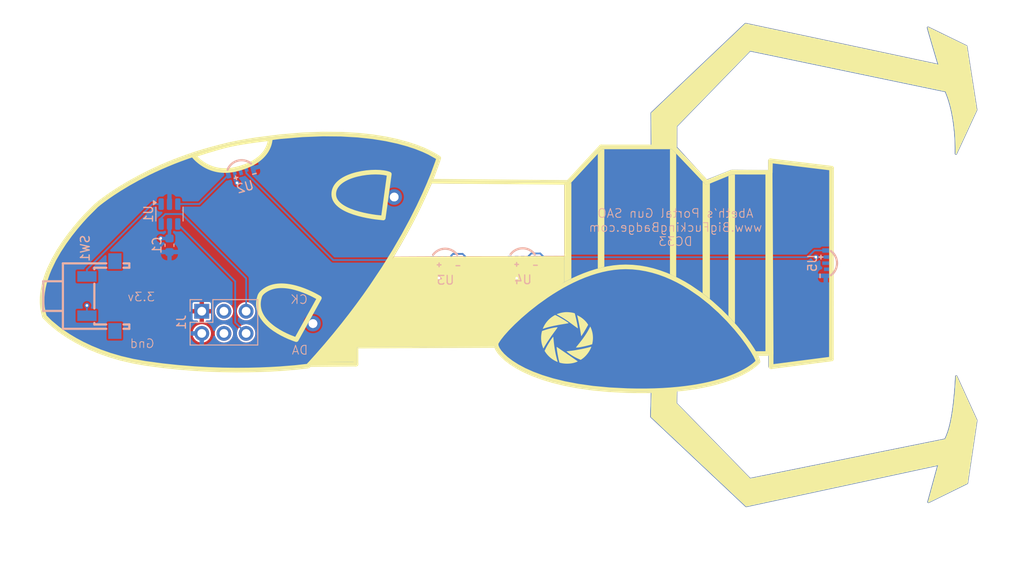
<source format=kicad_pcb>
(kicad_pcb (version 20241229) (generator "pcbnew") (generator_version "9.0")
  (layers (0 "F.Cu" signal) (2 "B.Cu" signal) (13 "F.Paste" user) (15 "B.Paste" user) (5 "F.SilkS" user "F.Silkscreen") (7 "B.SilkS" user "B.Silkscreen") (1 "F.Mask" user) (3 "B.Mask" user) (25 "Edge.Cuts" user))
  (net 0 "")
  (net 1 "Net-(U1-PA4)")
  (net 2 "Net-(J1-Pin_6)")
  (net 3 "Net-(U1-PA5)")
  (net 4 "GND")
  (net 5 "Net-(J1-Pin_5)")
  (net 6 "VDD")
  (net 8 "Net-(U2-DO)")
  (net 10 "Net-(U3-DO)")
  (net 12 "Net-(U4-DO)")
  (footprint "TestPoint:TestPoint_THTPad_D2.0mm_Drill1.0mm" (layer "F.Cu") (at 146.225 74.175)
    (property "Reference" "REF**" (hide yes))
    (property "Value" "TestPoint_THTPad_D2.0mm_Drill1.0mm" (hide yes))
  )
  (footprint "TestPoint:TestPoint_THTPad_D2.0mm_Drill1.0mm" (layer "F.Cu") (at 136.925 88.675)
    (property "Reference" "REF**" (hide yes))
    (property "Value" "TestPoint_THTPad_D2.0mm_Drill1.0mm" (hide yes))
  )
  (footprint "Package_TO_SOT_SMD:SOT-23-6" (layer "B.Cu") (at 120.5 76.125 -90)
    (property "Reference" "U1")
    (property "Value" "~")
  )
  (footprint "LED_SMD:LED-SMD_5P-L3.2-W1.4_TX1813Y5" (layer "B.Cu") (at 152.057 81.342643 180)
    (property "Reference" "U3")
    (property "Value" "~")
  )
  (footprint "Button_Switch_SMD:SW-SMD_GT-TC050C-H050-L1" (layer "B.Cu") (at 112.65 85.525 -90)
    (property "Reference" "SW1")
    (property "Value" "SW_Push")
  )
  (footprint "LED_SMD:LED-SMD_5P-L3.2-W1.4_TX1813Y5" (layer "B.Cu") (at 195.675 81.75 90)
    (property "Reference" "U5")
    (property "Value" "~")
  )
  (footprint "Connector_PinHeader_2.54mm:PinHeader_2x03_P2.54mm_Vertical" (layer "B.Cu") (at 124.195 87.26 -90)
    (property "Reference" "J1")
    (property "Value" "SAO")
  )
  (footprint "Capacitor_SMD:C_0603_1608Metric" (layer "B.Cu") (at 120.5 79.7 -90)
    (property "Reference" "C1")
    (property "Value" "C_Small")
  )
  (footprint "LED_SMD:LED-SMD_5P-L3.2-W1.4_TX1813Y5" (layer "B.Cu") (at 160.932 81.292643 180)
    (property "Reference" "U4")
    (property "Value" "~")
  )
  (footprint "LED_SMD:LED-SMD_5P-L3.2-W1.4_TX1813Y5" (layer "B.Cu") (at 128.632 71.217643 -165)
    (property "Reference" "U2")
    (property "Value" "~")
  )
  (gr_line (start 136.52259 93.368042) (end 141.851791 93.321556) (stroke (width 0.529166)) (layer "F.SilkS"))
  (gr_line (start 189.375 92.105098) (end 187.485358 92.108276) (stroke (width 0.529166)) (layer "F.SilkS"))
  (gr_poly (pts (xy 163.048117 90.519745) (xy 163.042379 90.407257) (xy 163.04112 90.309531) (xy 163.040929 90.294682) (xy 163.043778 90.182157) (xy 163.050936 90.069822) (xy 163.062411 89.957813) (xy 163.078214 89.846269) (xy 163.098353 89.735328) (xy 163.12284 89.625129) (xy 163.131333 89.590567) (xy 163.135022 89.576545) (xy 163.138546 89.564436) (xy 163.142063 89.554043) (xy 163.143866 89.549429) (xy 163.145726 89.545171) (xy 163.147662 89.541244) (xy 163.149692 89.537623) (xy 163.151838 89.534285) (xy 163.154117 89.531205) (xy 163.15655 89.528358) (xy 163.159155 89.52572) (xy 163.161954 89.523266) (xy 163.164964 89.520972) (xy 163.168205 89.518814) (xy 163.171697 89.516766) (xy 163.17546 89.514806) (xy 163.179512 89.512907) (xy 163.188563 89.509197) (xy 163.199007 89.505442) (xy 163.224693 89.497013) (xy 163.255124 89.486937) (xy 163.293582 89.473847) (xy 163.335142 89.459437) (xy 163.374877 89.4454) (xy 163.550896 89.385352) (xy 163.731381 89.329257) (xy 163.91447 89.277566) (xy 164.098298 89.230726) (xy 164.281001 89.189189) (xy 164.460715 89.153402) (xy 164.635575 89.123816) (xy 164.803718 89.100879) (xy 164.810001 89.100241) (xy 164.818007 89.099595) (xy 164.837871 89.098354) (xy 164.860681 89.097296) (xy 164.883811 89.096561) (xy 164.93814 89.095279) (xy 164.918784 89.127315) (xy 164.896557 89.163439) (xy 164.873408 89.199584) (xy 164.847958 89.237714) (xy 164.818824 89.279791) (xy 164.784626 89.32778) (xy 164.743984 89.383645) (xy 164.63784 89.526855) (xy 164.435826 89.801165) (xy 164.241238 90.072596) (xy 164.056117 90.338079) (xy 163.882509 90.594548) (xy 163.722458 90.838933) (xy 163.578008 91.068167) (xy 163.451202 91.279182) (xy 163.344085 91.46891) (xy 163.330059 91.49492) (xy 163.32435 91.504997) (xy 163.319285 91.51296) (xy 163.314695 91.51869) (xy 163.312526 91.52068) (xy 163.310412 91.522067) (xy 163.308332 91.522835) (xy 163.306266 91.52297) (xy 163.304191 91.522456) (xy 163.302088 91.521279) (xy 163.299935 91.519423) (xy 163.29771 91.516873) (xy 163.292963 91.509633) (xy 163.287677 91.499437) (xy 163.281685 91.486166) (xy 163.266904 91.449916) (xy 163.247268 91.399921) (xy 163.207565 91.293106) (xy 163.172074 91.185099) (xy 163.140805 91.076037) (xy 163.113767 90.966058) (xy 163.090969 90.855302) (xy 163.072422 90.743905) (xy 163.058135 90.632007)) (fill yes) (layer "F.SilkS"))
  (gr_poly (pts (xy 170.27999 68.695484) (xy 170.27999 82.176128) (xy 169.532371 82.364196) (xy 169.532371 69.222318) (xy 170.014014 68.687187)) (fill yes) (layer "F.SilkS"))
  (gr_line (start 166.146041 72.500049) (end 169.912132 68.43094) (stroke (width 0.529166)) (layer "F.SilkS"))
  (gr_poly (pts (xy 164.813667 87.609687) (xy 164.855895 87.633354) (xy 164.86588 87.638879) (xy 165.055335 87.743709) (xy 165.257611 87.857324) (xy 165.449363 87.969663) (xy 165.636023 88.084313) (xy 165.823026 88.204857) (xy 166.015804 88.334882) (xy 166.219792 88.477974) (xy 166.440422 88.637718) (xy 166.683128 88.817699) (xy 166.812454 88.913867) (xy 166.936214 89.004767) (xy 167.04037 89.080157) (xy 167.110885 89.129799) (xy 167.199296 89.190146) (xy 167.245033 89.221702) (xy 167.248454 89.222232) (xy 167.250786 89.218199) (xy 167.252309 89.197099) (xy 167.249855 89.159722) (xy 167.243677 89.107384) (xy 167.221157 88.963096) (xy 167.186769 88.774777) (xy 167.142534 88.552966) (xy 167.090473 88.308204) (xy 167.032606 88.051031) (xy 166.970954 87.791988) (xy 166.927829 87.614865) (xy 166.906493 87.525066) (xy 166.905829 87.522205) (xy 166.905057 87.519468) (xy 166.90415 87.516843) (xy 166.903082 87.514319) (xy 166.90183 87.511888) (xy 166.900366 87.509538) (xy 166.898666 87.507258) (xy 166.896704 87.505039) (xy 166.894454 87.502871) (xy 166.891891 87.500742) (xy 166.888989 87.498642) (xy 166.885723 87.496562) (xy 166.882067 87.49449) (xy 166.877995 87.492416) (xy 166.873483 87.49033) (xy 166.868505 87.488221) (xy 166.863034 87.48608) (xy 166.857046 87.483895) (xy 166.850515 87.481656) (xy 166.843415 87.479354) (xy 166.835722 87.476976) (xy 166.827408 87.474514) (xy 166.81845 87.471957) (xy 166.80882 87.469294) (xy 166.787447 87.463609) (xy 166.763085 87.457377) (xy 166.735528 87.450515) (xy 166.704574 87.442939) (xy 166.65196 87.430902) (xy 166.596722 87.41971) (xy 166.479954 87.399984) (xy 166.357431 87.38401) (xy 166.232314 87.372038) (xy 166.107767 87.364317) (xy 165.986952 87.361096) (xy 165.87303 87.362625) (xy 165.819643 87.365248) (xy 165.769164 87.369152) (xy 165.647819 87.382645) (xy 165.528404 87.400345) (xy 165.410781 87.422286) (xy 165.29481 87.448501) (xy 165.180352 87.479025) (xy 165.067268 87.513892) (xy 164.955418 87.553136) (xy 164.844665 87.59679)) (fill yes) (layer "F.SilkS"))
  (gr_line (start 150.348239 72.360674) (end 166.146041 72.500049) (stroke (width 0.529166)) (layer "F.SilkS"))
  (gr_line (start 196.289069 70.869096) (end 196.27127 92.728119) (stroke (width 0.529166)) (layer "F.SilkS"))
  (gr_poly (pts (xy 165.867122 88.689613) (xy 165.939132 88.677007) (xy 166.005143 88.664593) (xy 166.063652 88.652692) (xy 166.113153 88.641624) (xy 166.152142 88.631709) (xy 166.179114 88.623269) (xy 166.187624 88.619701) (xy 166.192565 88.616623) (xy 166.192619 88.610145) (xy 166.184221 88.599051) (xy 166.144203 88.56428) (xy 166.076775 88.51485) (xy 165.9862 88.453304) (xy 165.752662 88.304025) (xy 165.477694 88.13677) (xy 165.195401 87.971868) (xy 164.939889 87.829648) (xy 164.832834 87.773397) (xy 164.745263 87.730439) (xy 164.681441 87.703316) (xy 164.659767 87.696486) (xy 164.645629 87.694568) (xy 164.644048 87.694766) (xy 164.642119 87.69518) (xy 164.639868 87.695797) (xy 164.637322 87.696607) (xy 164.634508 87.697597) (xy 164.631452 87.698756) (xy 164.62818 87.700073) (xy 164.624721 87.701536) (xy 164.617343 87.704852) (xy 164.609533 87.708613) (xy 164.601503 87.712726) (xy 164.593467 87.717098) (xy 164.49014 87.777463) (xy 164.390066 87.840713) (xy 164.293268 87.906821) (xy 164.199774 87.97576) (xy 164.109609 88.047502) (xy 164.022799 88.122022) (xy 163.93937 88.199293) (xy 163.859348 88.279287) (xy 163.782758 88.361979) (xy 163.709626 88.44734) (xy 163.639979 88.535345) (xy 163.573841 88.625966) (xy 163.51124 88.719177) (xy 163.4522 88.814951) (xy 163.396748 88.913261) (xy 163.344909 89.01408) (xy 163.325231 89.055108) (xy 163.30503 89.098758) (xy 163.292683 89.126663) (xy 163.267226 89.184194) (xy 163.251709 89.221114) (xy 163.239837 89.250925) (xy 163.232654 89.271194) (xy 163.231146 89.276989) (xy 163.2312 89.279487) (xy 163.232079 89.279447) (xy 163.234243 89.278975) (xy 163.242162 89.276818) (xy 163.25442 89.273184) (xy 163.270479 89.268239) (xy 163.311859 89.25509) (xy 163.362006 89.238712) (xy 163.604324 89.162246) (xy 163.8559 89.090284) (xy 164.120857 89.021915) (xy 164.403318 88.956228) (xy 164.707402 88.892313) (xy 165.037233 88.829259) (xy 165.396931 88.766155) (xy 165.790618 88.702091)) (fill yes) (layer "F.SilkS"))
  (gr_line (start 189.375 93.618145) (end 189.375 92.105098) (stroke (width 0.529166)) (layer "F.SilkS"))
  (gr_poly (pts (xy 166.506286 83.513282) (xy 165.706634 83.919818) (xy 165.706634 72.711753) (xy 166.309562 72.711753) (xy 166.506286 72.507789)) (fill yes) (layer "F.SilkS"))
  (gr_line (start 141.851791 91.256004) (end 157.892749 91.185188) (stroke (width 0.529166)) (layer "F.SilkS"))
  (gr_line (start 178.136924 68.43094) (end 182.000106 72.500049) (stroke (width 0.529166)) (layer "F.SilkS"))
  (gr_poly (pts (xy 189.644881 92.093189) (xy 188.721313 92.088081) (xy 188.721313 71.364176) (xy 189.52835 71.364176)) (fill yes) (layer "F.SilkS"))
  (gr_line (start 141.851791 93.321556) (end 141.851791 91.256004) (stroke (width 0.529166)) (layer "F.SilkS"))
  (gr_line (start 169.912132 68.43094) (end 178.136924 68.43094) (stroke (width 0.529166)) (layer "F.SilkS"))
  (gr_poly (pts (xy 165.706634 83.919818) (xy 164.896816 84.443053) (xy 163.999069 85.068098) (xy 162.874562 85.909649) (xy 162.251134 86.405574) (xy 161.599647 86.948376) (xy 160.929646 87.535639) (xy 160.250673 88.164945) (xy 159.572273 88.833879) (xy 158.90399 89.540024) (xy 158.255367 90.280963) (xy 157.635947 91.054279) (xy 141.848479 91.06776) (xy 141.809589 91.124919) (xy 141.781977 91.16509) (xy 141.772255 91.178952) (xy 141.767589 91.185188) (xy 141.762923 91.192051) (xy 141.7532 91.207562) (xy 141.725589 91.252739) (xy 141.686698 91.317176) (xy 141.646247 93.063102) (xy 137.048873 93.11029) (xy 146.186706 81.019264) (xy 165.706634 80.938327)) (fill yes) (layer "F.SilkS"))
  (gr_poly (pts (xy 166.777327 93.178705) (xy 166.65103 93.206814) (xy 166.520694 93.229713) (xy 166.387193 93.247342) (xy 166.251398 93.259639) (xy 166.114185 93.266543) (xy 165.976427 93.267992) (xy 165.838997 93.263924) (xy 165.702769 93.254279) (xy 165.568616 93.238995) (xy 165.437413 93.218011) (xy 165.310032 93.191264) (xy 165.187347 93.158695) (xy 165.145225 93.146228) (xy 165.126907 93.084232) (xy 165.079669 92.906346) (xy 165.029406 92.686387) (xy 164.97899 92.44051) (xy 164.931295 92.18487) (xy 164.889193 91.935621) (xy 164.855559 91.708919) (xy 164.833266 91.520919) (xy 164.830478 91.486309) (xy 164.82727 91.44648) (xy 164.825187 91.387775) (xy 164.825208 91.384076) (xy 164.825275 91.380481) (xy 164.825387 91.377009) (xy 164.825539 91.373677) (xy 164.825731 91.370505) (xy 164.82596 91.367511) (xy 164.826223 91.364714) (xy 164.826518 91.362132) (xy 164.826843 91.359784) (xy 164.827195 91.357689) (xy 164.827572 91.355866) (xy 164.827972 91.354332) (xy 164.828392 91.353106) (xy 164.828609 91.352615) (xy 164.82883 91.352208) (xy 164.829055 91.351887) (xy 164.829283 91.351655) (xy 164.829515 91.351514) (xy 164.829749 91.351467) (xy 164.832705 91.351973) (xy 164.837078 91.35343) (xy 164.842704 91.355744) (xy 164.849417 91.358824) (xy 164.865444 91.366907) (xy 164.883839 91.376936) (xy 164.90328 91.388169) (xy 164.922445 91.399864) (xy 164.940014 91.411278) (xy 164.947787 91.416648) (xy 164.954665 91.421669) (xy 165.044566 91.48731) (xy 165.174881 91.578504) (xy 165.355884 91.702346) (xy 165.597846 91.865936) (xy 165.902486 92.07193) (xy 166.169065 92.254387) (xy 166.444956 92.445968) (xy 166.777534 92.679336) (xy 166.918814 92.778512) (xy 167.043407 92.865463) (xy 167.137821 92.93081) (xy 167.188567 92.965175) (xy 167.247764 93.003337) (xy 167.224647 93.015407) (xy 167.123244 93.063738) (xy 167.014307 93.107106) (xy 166.89871 93.145449)) (fill yes) (layer "F.SilkS"))
  (gr_line (start 189.275 71.331911) (end 189.3 70.025) (stroke (width 0.529166)) (layer "F.SilkS"))
  (gr_poly (pts (xy 133.666977 84.35271) (xy 133.925819 84.377225) (xy 134.183925 84.41325) (xy 134.440291 84.459611) (xy 134.693916 84.515136) (xy 134.943799 84.578654) (xy 135.428329 84.724979) (xy 135.885868 84.889206) (xy 136.308403 85.061961) (xy 136.687918 85.233865) (xy 137.016401 85.395541) (xy 137.488214 85.650702) (xy 137.659732 85.752426) (xy 135.019141 90.514152) (xy 134.794769 90.438431) (xy 134.212433 90.210306) (xy 133.829583 90.038642) (xy 133.408308 89.828336) (xy 132.965628 89.579209) (xy 132.518566 89.291079) (xy 132.298711 89.132332) (xy 132.084144 88.963768) (xy 131.876992 88.785362) (xy 131.679383 88.597094) (xy 131.493444 88.398939) (xy 131.321304 88.190877) (xy 131.16509 87.972884) (xy 131.02693 87.744938) (xy 130.908951 87.507016) (xy 130.813282 87.259095) (xy 130.742049 87.001154) (xy 130.697381 86.73317) (xy 130.681406 86.455119) (xy 130.696251 86.166981) (xy 130.744043 85.868731) (xy 130.826911 85.560348) (xy 130.847683 85.502975) (xy 130.872176 85.447568) (xy 130.900145 85.394064) (xy 130.931348 85.342401) (xy 130.965541 85.292517) (xy 131.002481 85.24435) (xy 131.041926 85.197837) (xy 131.083631 85.152916) (xy 131.127355 85.109524) (xy 131.172852 85.0676) (xy 131.219882 85.02708) (xy 131.268199 84.987902) (xy 131.317562 84.950004) (xy 131.367727 84.913324) (xy 131.469489 84.843368) (xy 131.689892 84.711558) (xy 131.918572 84.601806) (xy 132.154529 84.512941) (xy 132.396761 84.443789) (xy 132.644265 84.393178) (xy 132.896041 84.359937) (xy 133.151085 84.342894) (xy 133.408398 84.340875)) (stroke (width 0.529166)) (fill no) (layer "F.SilkS"))
  (gr_poly (pts (xy 132.02996 67.577064) (xy 132.01757 67.709241) (xy 131.989064 67.883539) (xy 131.938002 68.093754) (xy 131.857947 68.333686) (xy 131.74246 68.597131) (xy 131.585102 68.877888) (xy 131.488709 69.02282) (xy 131.379434 69.169755) (xy 131.256472 69.317916) (xy 131.119018 69.466529) (xy 130.966267 69.614818) (xy 130.797415 69.762008) (xy 130.611657 69.907323) (xy 130.408187 70.04999) (xy 130.186201 70.189231) (xy 129.944894 70.324273) (xy 129.683462 70.454339) (xy 129.401099 70.578654) (xy 129.097 70.696444) (xy 128.770362 70.806932) (xy 128.420378 70.909344) (xy 128.046245 71.002905) (xy 127.755813 71.061886) (xy 127.474014 71.103932) (xy 127.200886 71.130029) (xy 126.936469 71.141167) (xy 126.680799 71.138332) (xy 126.433917 71.122513) (xy 126.195861 71.094698) (xy 125.966668 71.055873) (xy 125.746377 71.007028) (xy 125.535028 70.94915) (xy 125.332658 70.883227) (xy 125.139306 70.810246) (xy 124.955011 70.731196) (xy 124.779811 70.647064) (xy 124.613744 70.558838) (xy 124.456849 70.467506) (xy 124.309164 70.374057) (xy 124.170729 70.279477) (xy 124.041581 70.184755) (xy 123.921759 70.090878) (xy 123.710247 69.909612) (xy 123.536501 69.743582) (xy 123.400829 69.600691) (xy 123.303539 69.488842) (xy 123.225337 69.389879) (xy 124.804183 68.8903) (xy 126.197266 68.479013) (xy 126.875418 68.295174) (xy 127.476812 68.149559) (xy 128.101653 68.025485) (xy 128.819103 67.903401) (xy 129.574939 67.787793) (xy 130.314941 67.683146) (xy 131.530548 67.524677) (xy 132.032146 67.46388)) (stroke (width 0.529166)) (fill no) (layer "F.SilkS"))
  (gr_line (start 182.000106 72.500049) (end 184.84497 71.326107) (stroke (width 0.529166)) (layer "F.SilkS"))
  (gr_poly (pts (xy 178.50682 69.205726) (xy 178.50682 83.351497) (xy 177.791808 83.003036) (xy 177.791808 68.691335) (xy 178.032714 68.691335)) (fill yes) (layer "F.SilkS"))
  (gr_line (start 196.27127 92.728119) (end 189.375 93.618145) (stroke (width 0.529166)) (layer "F.SilkS"))
  (gr_line (start 189.3 70.025) (end 196.289069 70.869096) (stroke (width 0.529166)) (layer "F.SilkS"))
  (gr_poly (pts (xy 185.232421 88.636856) (xy 184.484794 87.81509) (xy 184.484794 71.762666) (xy 184.894996 71.591728) (xy 185.232421 71.589176)) (fill yes) (layer "F.SilkS"))
  (gr_poly (pts (xy 208.60311 59.073828) (xy 207.96503 56.921336) (xy 207.530971 55.441498) (xy 207.343383 54.768844) (xy 211.725044 56.904905) (xy 212.86428 64.18942) (xy 210.541991 69.206422) (xy 210.546956 68.508951) (xy 210.524087 67.7305) (xy 210.497834 67.261084) (xy 210.458471 66.748584) (xy 210.403575 66.200783) (xy 210.330724 65.625462) (xy 210.237494 65.030405) (xy 210.121462 64.423393) (xy 209.980206 63.81221) (xy 209.811302 63.204637) (xy 209.715724 62.904636) (xy 209.612327 62.608456) (xy 209.500806 62.31707) (xy 209.380859 62.031451) (xy 186.957694 57.354025) (xy 178.512038 66.051626) (xy 178.50682 68.43094) (xy 175.740638 68.43094) (xy 175.707778 64.561861) (xy 186.453803 54.352587)) (stroke (width 0.132291)) (fill yes) (layer "F.SilkS"))
  (gr_poly (pts (xy 167.204108 87.735663) (xy 167.217674 87.742095) (xy 167.233621 87.749881) (xy 167.252119 87.759078) (xy 167.273339 87.769741) (xy 167.297454 87.781925) (xy 167.384177 87.827646) (xy 167.469324 87.876228) (xy 167.552743 87.927535) (xy 167.634283 87.981432) (xy 167.713794 88.037784) (xy 167.791126 88.096456) (xy 167.866126 88.157312) (xy 167.938645 88.220217) (xy 168.008531 88.285035) (xy 168.075634 88.351633) (xy 168.139803 88.419873) (xy 168.200888 88.489621) (xy 168.258736 88.560742) (xy 168.313199 88.6331) (xy 168.364124 88.70656) (xy 168.411361 88.780986) (xy 168.430633 88.812816) (xy 168.269775 89.101459) (xy 168.179894 89.261239) (xy 168.09579 89.407551) (xy 168.016501 89.541951) (xy 167.941063 89.665996) (xy 167.868515 89.781242) (xy 167.797896 89.889245) (xy 167.728242 89.991562) (xy 167.658591 90.089748) (xy 167.628486 90.13134) (xy 167.596267 89.910278) (xy 167.553619 89.635207) (xy 167.503068 89.338057) (xy 167.387482 88.72374) (xy 167.327058 88.429682) (xy 167.267955 88.159766) (xy 167.212478 87.925545) (xy 167.162933 87.738575) (xy 167.161632 87.733742) (xy 167.161157 87.731603) (xy 167.160826 87.729658) (xy 167.160662 87.727914) (xy 167.160686 87.726377) (xy 167.160775 87.725688) (xy 167.160919 87.725054) (xy 167.161121 87.724476) (xy 167.161383 87.723954) (xy 167.161709 87.723489) (xy 167.1621 87.723081) (xy 167.162559 87.722733) (xy 167.16309 87.722444) (xy 167.163694 87.722216) (xy 167.164374 87.722049) (xy 167.165134 87.721945) (xy 167.165976 87.721903) (xy 167.166902 87.721926) (xy 167.167915 87.722014) (xy 167.170213 87.722387) (xy 167.172893 87.72303) (xy 167.175974 87.723949) (xy 167.179479 87.725152) (xy 167.183429 87.726646) (xy 167.187846 87.728437) (xy 167.19275 87.730532) (xy 167.198164 87.732939)) (fill yes) (layer "F.SilkS"))
  (gr_line (start 184.84497 71.326107) (end 189.275 71.331911) (stroke (width 0.529166)) (layer "F.SilkS"))
  (gr_poly (pts (xy 168.886481 91.043092) (xy 168.885289 91.04504) (xy 168.884064 91.0467) (xy 168.882793 91.048104) (xy 168.881466 91.049282) (xy 168.880071 91.050265) (xy 168.878598 91.051083) (xy 168.877035 91.051767) (xy 168.875372 91.052347) (xy 168.873597 91.052854) (xy 168.869667 91.05377) (xy 168.865157 91.05476) (xy 168.849489 91.058938) (xy 168.821184 91.067023) (xy 168.742736 91.090255) (xy 168.520664 91.153777) (xy 168.287072 91.214513) (xy 168.050879 91.270634) (xy 167.821007 91.320314) (xy 167.606376 91.361723) (xy 167.415906 91.393034) (xy 167.258519 91.41242) (xy 167.195019 91.41707) (xy 167.143134 91.418052) (xy 167.019599 91.415557) (xy 167.065146 91.359604) (xy 167.130912 91.278812) (xy 167.395885 90.949476) (xy 167.628541 90.651443) (xy 167.833129 90.378567) (xy 168.013893 90.124703) (xy 168.175082 89.883707) (xy 168.320941 89.649431) (xy 168.455716 89.41573) (xy 168.583656 89.17646) (xy 168.641118 89.065516) (xy 168.659689 89.029973) (xy 168.667808 89.014785) (xy 168.668539 89.01418) (xy 168.66954 89.014304) (xy 168.672319 89.016667) (xy 168.676081 89.021736) (xy 168.680762 89.029369) (xy 168.692621 89.051771) (xy 168.707382 89.082753) (xy 168.724532 89.121196) (xy 168.743554 89.16598) (xy 168.763936 89.215985) (xy 168.785163 89.270092) (xy 168.82071 89.367652) (xy 168.852646 89.466229) (xy 168.880967 89.565746) (xy 168.905667 89.66613) (xy 168.926739 89.767305) (xy 168.944177 89.869197) (xy 168.957975 89.971729) (xy 168.968127 90.074828) (xy 168.974628 90.178419) (xy 168.977471 90.282425) (xy 168.976651 90.386773) (xy 168.97216 90.491388) (xy 168.963994 90.596194) (xy 168.952146 90.701116) (xy 168.93661 90.80608) (xy 168.917381 90.91101) (xy 168.907797 90.958713) (xy 168.903909 90.977791) (xy 168.900506 90.994014) (xy 168.897498 91.007624) (xy 168.896115 91.013526) (xy 168.894797 91.018867) (xy 168.893534 91.023676) (xy 168.892314 91.027986) (xy 168.891127 91.031825) (xy 168.889961 91.035225) (xy 168.888806 91.038215) (xy 168.887649 91.040828)) (fill yes) (layer "F.SilkS"))
  (gr_line (start 196.173807 83.024353) (end 196.173809 83.024353) (stroke (width 0.1)) (layer "F.SilkS"))
  (gr_poly (pts (xy 173.522664 82.204502) (xy 174.309248 82.287328) (xy 175.082267 82.421166) (xy 175.840891 82.602575) (xy 176.584293 82.828114) (xy 177.311643 83.094342) (xy 178.022113 83.397816) (xy 178.714875 83.735098) (xy 179.3891 84.102744) (xy 180.043959 84.497314) (xy 181.292265 85.353463) (xy 182.453166 86.276016) (xy 183.520032 87.237443) (xy 184.486235 88.210215) (xy 185.345146 89.166804) (xy 186.090137 90.079682) (xy 186.714579 90.921318) (xy 187.211843 91.664185) (xy 187.575301 92.280753) (xy 187.798323 92.743494) (xy 187.874282 93.024879) (xy 187.722382 93.182887) (xy 187.519308 93.363373) (xy 187.219752 93.596382) (xy 187.031044 93.729036) (xy 186.814915 93.870564) (xy 186.570266 94.019548) (xy 186.295997 94.174569) (xy 185.991008 94.334209) (xy 185.654199 94.497049) (xy 185.284469 94.66167) (xy 184.88072 94.826654) (xy 184.441852 94.990582) (xy 183.966763 95.152035) (xy 183.454355 95.309595) (xy 182.903527 95.461843) (xy 182.31318 95.60736) (xy 181.682213 95.744727) (xy 181.009527 95.872527) (xy 180.294021 95.98934) (xy 179.534597 96.093748) (xy 178.730153 96.184332) (xy 177.87959 96.259673) (xy 176.981808 96.318353) (xy 176.035707 96.358952) (xy 175.040187 96.380053) (xy 173.994149 96.380237) (xy 172.896491 96.358085) (xy 170.845348 96.254525) (xy 168.971409 96.078619) (xy 167.268483 95.839323) (xy 165.730377 95.545588) (xy 164.350901 95.206368) (xy 163.123863 94.830618) (xy 162.043071 94.427288) (xy 161.102333 94.005334) (xy 160.295459 93.573709) (xy 159.616256 93.141365) (xy 159.058533 92.717257) (xy 158.616098 92.310337) (xy 158.28276 91.929558) (xy 158.052328 91.583875) (xy 157.918608 91.28224) (xy 157.875411 91.033607) (xy 157.897242 90.928218) (xy 157.961787 90.784326) (xy 158.213349 90.392014) (xy 158.618744 89.878627) (xy 159.166624 89.266119) (xy 159.845638 88.576445) (xy 160.644434 87.831559) (xy 161.551663 87.053417) (xy 162.555973 86.263972) (xy 163.646015 85.485181) (xy 164.219638 85.106641) (xy 164.810438 84.738998) (xy 165.416995 84.384995) (xy 166.037891 84.047377) (xy 166.671707 83.728888) (xy 167.317024 83.432273) (xy 167.972423 83.160277) (xy 168.636486 82.915642) (xy 169.307794 82.701114) (xy 169.984927 82.519437) (xy 170.666467 82.373356) (xy 171.350996 82.265614) (xy 172.037094 82.198957) (xy 172.723342 82.176128)) (stroke (width 0.529166)) (fill no) (layer "F.SilkS"))
  (gr_poly (pts (xy 140.160499 66.974917) (xy 142.072625 67.085175) (xy 143.78503 67.271029) (xy 145.30409 67.516243) (xy 146.636181 67.80458) (xy 147.787677 68.119803) (xy 148.764956 68.445675) (xy 149.574392 68.76596) (xy 150.222361 69.064421) (xy 151.0594 69.530923) (xy 151.327079 69.71529) (xy 151.16517 70.215421) (xy 150.638336 71.642786) (xy 150.218804 72.669948) (xy 149.68492 73.887838) (xy 149.028976 75.282764) (xy 148.243264 76.841033) (xy 147.320078 78.548951) (xy 146.25171 80.392825) (xy 145.030453 82.358963) (xy 143.6486 84.43367) (xy 142.895041 85.507458) (xy 142.098443 86.603254) (xy 141.257842 87.719345) (xy 140.372276 88.854021) (xy 139.440779 90.005569) (xy 138.46239 91.172279) (xy 137.436145 92.352438) (xy 136.361079 93.544334) (xy 134.88995 93.710048) (xy 133.16746 93.847946) (xy 132.093441 93.910458) (xy 130.890507 93.960986) (xy 129.568361 93.993759) (xy 128.136705 94.003007) (xy 126.60524 93.982959) (xy 124.983669 93.927844) (xy 123.281692 93.831893) (xy 121.509013 93.689336) (xy 119.675333 93.4944) (xy 117.790353 93.241317) (xy 116.320228 92.981485) (xy 114.957566 92.663011) (xy 113.700626 92.2963) (xy 112.547668 91.891757) (xy 111.49695 91.459786) (xy 110.546733 91.010791) (xy 109.695274 90.555178) (xy 108.940834 90.10335) (xy 108.28167 89.665713) (xy 107.716044 89.25267) (xy 106.858436 88.541987) (xy 106.189062 87.873558) (xy 106.046113 87.335777) (xy 105.956049 86.791722) (xy 105.915699 86.242926) (xy 105.921892 85.690918) (xy 105.971458 85.13723) (xy 106.061227 84.583392) (xy 106.188027 84.030936) (xy 106.348689 83.481393) (xy 106.540041 82.936294) (xy 106.758914 82.397169) (xy 107.266538 81.342968) (xy 107.846197 80.331038) (xy 108.472526 79.373626) (xy 109.120162 78.482981) (xy 109.763738 77.671351) (xy 110.377893 76.950983) (xy 110.93726 76.334126) (xy 112.119575 75.146766) (xy 112.426115 74.89434) (xy 112.805897 74.600462) (xy 113.333673 74.214055) (xy 114.00718 73.749554) (xy 114.824158 73.221396) (xy 115.782345 72.644017) (xy 116.879478 72.031853) (xy 118.113298 71.39934) (xy 118.780759 71.079963) (xy 119.481542 70.760913) (xy 120.215367 70.443993) (xy 120.981949 70.131008) (xy 121.781007 69.823763) (xy 122.612258 69.524063) (xy 123.475419 69.23371) (xy 124.370207 68.954511) (xy 125.29634 68.68827) (xy 126.253534 68.43679) (xy 127.241508 68.201877) (xy 128.259979 67.985336) (xy 129.308663 67.78897) (xy 130.387279 67.614584) (xy 133.162043 67.260089) (xy 135.711584 67.046138) (xy 138.042278 66.956493)) (stroke (width 0.529166)) (fill no) (layer "F.SilkS"))
  (gr_poly (pts (xy 144.566448 71.335825) (xy 144.996944 71.380442) (xy 145.190814 71.413478) (xy 145.36834 71.453481) (xy 145.527953 71.500311) (xy 145.668082 71.553829) (xy 144.975471 76.575283) (xy 144.089411 76.477884) (xy 143.660225 76.413585) (xy 143.181199 76.328742) (xy 142.668946 76.22107) (xy 142.140079 76.088288) (xy 141.611212 75.928113) (xy 141.098958 75.738261) (xy 140.854253 75.631493) (xy 140.619932 75.51645) (xy 140.398071 75.392847) (xy 140.190747 75.260398) (xy 140.000036 75.118817) (xy 139.828016 74.967821) (xy 139.676763 74.807122) (xy 139.548353 74.636436) (xy 139.444864 74.455478) (xy 139.368372 74.263961) (xy 139.320954 74.061602) (xy 139.304687 73.848114) (xy 139.31901 73.629657) (xy 139.360932 73.42206) (xy 139.428885 73.225181) (xy 139.521298 73.038883) (xy 139.636603 72.863027) (xy 139.773229 72.697472) (xy 139.929608 72.542081) (xy 140.10417 72.396715) (xy 140.295345 72.261234) (xy 140.501565 72.135499) (xy 140.72126 72.019372) (xy 140.952859 71.912713) (xy 141.194795 71.815383) (xy 141.445498 71.727244) (xy 141.703397 71.648156) (xy 141.966924 71.57798) (xy 142.504584 71.46381) (xy 143.045922 71.383622) (xy 143.578382 71.336303) (xy 144.089409 71.320741)) (stroke (width 0.529166)) (fill no) (layer "F.SilkS"))
  (gr_poly (pts (xy 163.451491 91.769918) (xy 163.452894 91.766531) (xy 163.453219 91.765747) (xy 163.457418 91.756733) (xy 163.462598 91.746633) (xy 163.475852 91.722263) (xy 163.482848 91.709305) (xy 163.490335 91.695025) (xy 163.505857 91.664372) (xy 163.520557 91.63406) (xy 163.527018 91.620205) (xy 163.532577 91.607845) (xy 163.565002 91.537481) (xy 163.604008 91.458825) (xy 163.698505 91.281905) (xy 163.809565 91.087629) (xy 163.930683 90.886541) (xy 164.055355 90.689184) (xy 164.177076 90.506103) (xy 164.289343 90.34784) (xy 164.339898 90.281311) (xy 164.38565 90.224941) (xy 164.403498 90.203349) (xy 164.410711 90.195802) (xy 164.417032 90.191569) (xy 164.422646 90.19151) (xy 164.427739 90.196486) (xy 164.432496 90.207358) (xy 164.437103 90.224987) (xy 164.446608 90.283958) (xy 164.457739 90.380283) (xy 164.490821 90.712543) (xy 164.522385 91.002795) (xy 164.559397 91.288212) (xy 164.60184 91.568702) (xy 164.649697 91.844173) (xy 164.702951 92.114534) (xy 164.761585 92.379693) (xy 164.82558 92.63956) (xy 164.89492 92.894043) (xy 164.914929 92.965037) (xy 164.923308 92.995547) (xy 164.930395 93.021947) (xy 164.936035 93.043645) (xy 164.94007 93.060052) (xy 164.942344 93.070578) (xy 164.942773 93.073452) (xy 164.942702 93.074634) (xy 164.940238 93.074584) (xy 164.934592 93.073032) (xy 164.914972 93.065947) (xy 164.886272 93.054423) (xy 164.850925 93.039505) (xy 164.770009 93.003662) (xy 164.729303 92.984827) (xy 164.691673 92.966774) (xy 164.600758 92.920065) (xy 164.51127 92.869892) (xy 164.423344 92.816377) (xy 164.337113 92.759641) (xy 164.252713 92.699806) (xy 164.170279 92.636996) (xy 164.089944 92.571331) (xy 164.011844 92.502935) (xy 163.936113 92.431928) (xy 163.862886 92.358434) (xy 163.792298 92.282574) (xy 163.724483 92.204471) (xy 163.659576 92.124246) (xy 163.597712 92.042023) (xy 163.539025 91.957922) (xy 163.483649 91.872066) (xy 163.467782 91.846236) (xy 163.461521 91.835561) (xy 163.456359 91.826078) (xy 163.454187 91.821711) (xy 163.452285 91.817557) (xy 163.450652 91.813587) (xy 163.449286 91.809771) (xy 163.448187 91.806083) (xy 163.447351 91.802493) (xy 163.446779 91.798973) (xy 163.446469 91.795495) (xy 163.446418 91.79203) (xy 163.446626 91.788549) (xy 163.447091 91.785024) (xy 163.447811 91.781427) (xy 163.448786 91.77773) (xy 163.450013 91.773903)) (fill yes) (layer "F.SilkS"))
  (gr_poly (pts (xy 212.876601 99.765438) (xy 211.80857 106.939045) (xy 207.394042 109.110706) (xy 208.568885 104.820781) (xy 186.53186 109.57352) (xy 175.673553 99.338226) (xy 175.749267 96.367214) (xy 178.521568 96.204677) (xy 178.506021 97.023832) (xy 178.499088 97.587001) (xy 178.499479 97.772591) (xy 178.503829 97.842987) (xy 186.959068 106.49403) (xy 209.316505 101.972705) (xy 209.415663 101.789045) (xy 209.509636 101.586265) (xy 209.68256 101.129892) (xy 209.836345 100.616675) (xy 209.97206 100.059704) (xy 210.090775 99.47207) (xy 210.193557 98.866861) (xy 210.281478 98.257167) (xy 210.355604 97.656078) (xy 210.466753 96.532073) (xy 210.535557 95.599562) (xy 210.580337 94.727893)) (stroke (width 0.132291)) (fill yes) (layer "F.SilkS"))
  (gr_poly (pts (xy 181.865768 72.735946) (xy 181.990211 72.769132) (xy 182.366538 72.623399) (xy 182.366538 85.865379) (xy 181.529914 85.197498) (xy 181.529914 72.391636)) (fill yes) (layer "F.SilkS"))
  (gr_poly (pts (xy 166.06057 91.954415) (xy 166.00518 91.904441) (xy 165.997031 91.896721) (xy 165.99434 91.894134) (xy 165.989693 91.889665) (xy 165.983149 91.883248) (xy 165.980168 91.880273) (xy 165.97738 91.877448) (xy 165.974781 91.874773) (xy 165.97237 91.872242) (xy 165.970143 91.869854) (xy 165.9681 91.867606) (xy 165.966237 91.865494) (xy 165.964553 91.863516) (xy 165.963045 91.861669) (xy 165.961711 91.85995) (xy 165.960549 91.858356) (xy 165.959557 91.856884) (xy 165.958733 91.855531) (xy 165.958073 91.854295) (xy 165.957577 91.853172) (xy 165.95739 91.852652) (xy 165.957242 91.852159) (xy 165.957134 91.851693) (xy 165.957066 91.851254) (xy 165.957036 91.850841) (xy 165.957046 91.850453) (xy 165.957094 91.850091) (xy 165.95718 91.849755) (xy 165.957304 91.849442) (xy 165.957467 91.849154) (xy 165.957666 91.848891) (xy 165.957903 91.84865) (xy 165.958177 91.848433) (xy 165.958487 91.848239) (xy 165.958834 91.848067) (xy 165.959217 91.847918) (xy 165.959635 91.84779) (xy 165.96009 91.847684) (xy 165.961104 91.847534) (xy 165.962257 91.847465) (xy 166.073882 91.836816) (xy 166.288494 91.812641) (xy 166.525567 91.784304) (xy 166.704574 91.761169) (xy 166.903767 91.731135) (xy 167.115401 91.695754) (xy 167.335984 91.655726) (xy 167.562026 91.611753) (xy 167.790035 91.564535) (xy 168.01652 91.514773) (xy 168.237988 91.463169) (xy 168.45095 91.410423) (xy 168.712714 91.343734) (xy 168.719312 91.34223) (xy 168.726564 91.340787) (xy 168.734232 91.33944) (xy 168.74208 91.338223) (xy 168.749869 91.337171) (xy 168.757361 91.336319) (xy 168.76432 91.3357) (xy 168.770507 91.33535) (xy 168.798278 91.334362) (xy 168.780555 91.37923) (xy 168.734182 91.489869) (xy 168.683157 91.598952) (xy 168.627702 91.706208) (xy 168.568038 91.811367) (xy 168.504386 91.914159) (xy 168.436969 92.014314) (xy 168.366009 92.111562) (xy 168.291727 92.205632) (xy 168.214345 92.296255) (xy 168.134085 92.38316) (xy 168.051168 92.466077) (xy 167.965817 92.544736) (xy 167.878252 92.618867) (xy 167.788697 92.6882) (xy 167.697372 92.752464) (xy 167.604499 92.81139) (xy 167.573318 92.830116) (xy 167.514404 92.803615) (xy 167.437499 92.769806) (xy 167.335349 92.725761) (xy 167.245658 92.686155) (xy 167.154015 92.64324) (xy 167.061026 92.597391) (xy 166.967298 92.548982) (xy 166.873434 92.498386) (xy 166.780041 92.445978) (xy 166.687724 92.392131) (xy 166.597088 92.337218) (xy 166.508739 92.281615) (xy 166.423282 92.225694) (xy 166.341323 92.16983) (xy 166.263467 92.114396) (xy 166.190319 92.059766) (xy 166.122485 92.006315)) (fill yes) (layer "F.SilkS"))
  (gr_poly (pts (xy 184.75 71.075) (xy 182 72.175) (xy 178.621373 68.45) (xy 178.626479 66.106174) (xy 186.987696 57.49553) (xy 209.277156 62.145065) (xy 209.370479 62.367289) (xy 209.480592 62.654996) (xy 209.582804 62.94778) (xy 209.677126 63.243839) (xy 209.844654 63.846459) (xy 209.984731 64.452544) (xy 210.099911 65.055101) (xy 210.192517 65.646174) (xy 210.264927 66.218018) (xy 210.31951 66.762697) (xy 210.358658 67.272397) (xy 210.384745 67.738844) (xy 210.407496 68.513268) (xy 210.402547 69.208435) (xy 210.404185 69.226371) (xy 210.404077 69.229012) (xy 210.404542 69.230277) (xy 210.404811 69.233228) (xy 210.413343 69.254246) (xy 210.421156 69.275529) (xy 210.422629 69.277127) (xy 210.423447 69.279143) (xy 210.439374 69.295297) (xy 210.454737 69.311969) (xy 210.456711 69.312882) (xy 210.458237 69.314431) (xy 210.479118 69.323254) (xy 210.499705 69.332784) (xy 210.50188 69.332872) (xy 210.503882 69.333719) (xy 210.526556 69.33388) (xy 210.549217 69.334806) (xy 210.551259 69.334056) (xy 210.553433 69.334072) (xy 210.574452 69.32554) (xy 210.595734 69.317727) (xy 210.597333 69.316254) (xy 210.599348 69.315436) (xy 210.615503 69.299509) (xy 210.632174 69.284146) (xy 210.633676 69.281592) (xy 210.634636 69.280646) (xy 210.635666 69.27821) (xy 210.644796 69.262687) (xy 212.967085 64.245685) (xy 212.975278 64.222176) (xy 212.975788 64.209701) (xy 212.978725 64.197569) (xy 212.977308 64.172714) (xy 211.838072 56.888199) (xy 211.831833 56.864097) (xy 211.825964 56.854476) (xy 211.822292 56.843821) (xy 211.813183 56.833528) (xy 211.806024 56.821796) (xy 211.796919 56.815153) (xy 211.78945 56.806715) (xy 211.768248 56.793665) (xy 207.386588 54.657604) (xy 207.3734 54.652708) (xy 207.370533 54.651092) (xy 207.368323 54.650823) (xy 207.363248 54.64894) (xy 207.342232 54.647658) (xy 207.321341 54.645124) (xy 207.317632 54.646158) (xy 207.313787 54.645924) (xy 207.293889 54.652779) (xy 207.27361 54.658435) (xy 207.270578 54.660811) (xy 207.266936 54.662066) (xy 207.251177 54.676014) (xy 207.234606 54.688999) (xy 207.232714 54.692354) (xy 207.229829 54.694908) (xy 207.220602 54.713835) (xy 207.210267 54.732164) (xy 207.209804 54.735985) (xy 207.208115 54.739449) (xy 207.206834 54.760465) (xy 207.204299 54.781356) (xy 207.205235 54.786685) (xy 207.205099 54.78891) (xy 207.206172 54.792024) (xy 207.208604 54.805877) (xy 207.396192 55.47853) (xy 207.3965 55.479322) (xy 207.396658 55.48016) (xy 207.830717 56.959998) (xy 207.830786 56.960167) (xy 207.83082 56.960348) (xy 208.408176 58.907993) (xy 186.467832 54.231294) (xy 186.443092 54.228516) (xy 186.43153 54.230652) (xy 186.419777 54.230351) (xy 186.407402 54.235109) (xy 186.394363 54.237518) (xy 186.3845 54.243915) (xy 186.373525 54.248135) (xy 186.353882 54.263431) (xy 175.607857 64.472705) (xy 175.591576 64.491539) (xy 175.590682 64.49355) (xy 175.589139 64.49512) (xy 175.580647 64.516125) (xy 175.571447 64.53682) (xy 175.571391 64.539018) (xy 175.570565 64.541061) (xy 175.568336 64.565857) (xy 175.600108 68.306857) (xy 169.899685 68.306857) (xy 169.874909 68.309297) (xy 169.872605 68.310251) (xy 169.870113 68.310348) (xy 169.849795 68.319699) (xy 169.829128 68.32826) (xy 169.827365 68.330023) (xy 169.825099 68.331066) (xy 169.806479 68.347592) (xy 166.078544 72.375475) (xy 150.523423 72.238241) (xy 150.743638 71.693286) (xy 150.744187 71.691421) (xy 150.745032 71.689678) (xy 151.271867 70.262313) (xy 151.27252 70.259813) (xy 151.273549 70.257453) (xy 151.435458 69.757322) (xy 151.440768 69.732999) (xy 151.440245 69.726434) (xy 151.441619 69.719998) (xy 151.43829 69.701928) (xy 151.436827 69.683603) (xy 151.433832 69.677738) (xy 151.432638 69.671264) (xy 151.422646 69.655844) (xy 151.414283 69.639474) (xy 151.40927 69.635201) (xy 151.405691 69.629679) (xy 151.386671 69.613615) (xy 151.118992 69.429248) (xy 151.113728 69.426337) (xy 151.10878 69.422905) (xy 150.271741 68.956403) (xy 150.26726 68.954453) (xy 150.263046 68.951986) (xy 149.615077 68.653525) (xy 149.611773 68.65238) (xy 149.608672 68.650786) (xy 148.799236 68.330501) (xy 148.795879 68.32954) (xy 148.792682 68.328113) (xy 147.815403 68.002241) (xy 147.812011 68.001469) (xy 147.808763 68.000227) (xy 146.657267 67.685004) (xy 146.653875 67.684425) (xy 146.650602 67.683372) (xy 145.318511 67.395035) (xy 145.315155 67.394647) (xy 145.311882 67.393783) (xy 143.792822 67.148569) (xy 143.789524 67.148364) (xy 143.786286 67.147687) (xy 142.073881 66.961833) (xy 142.070661 66.961801) (xy 142.067489 66.961303) (xy 140.155363 66.851045) (xy 140.152253 66.851171) (xy 140.149156 66.850839) (xy 138.030936 66.832415) (xy 138.027946 66.832683) (xy 138.024949 66.832504) (xy 135.694256 66.922149) (xy 135.6914 66.922541) (xy 135.688516 66.9225) (xy 133.138976 67.136451) (xy 133.136262 67.13695) (xy 133.133502 67.13703) (xy 130.358738 67.491525) (xy 130.356676 67.491997) (xy 130.354562 67.492129) (xy 129.275946 67.666515) (xy 129.274415 67.666919) (xy 129.272841 67.667057) (xy 128.224158 67.863423) (xy 128.222667 67.863857) (xy 128.22112 67.86403) (xy 127.202649 68.080571) (xy 127.201195 68.081033) (xy 127.199683 68.081239) (xy 126.211709 68.316152) (xy 126.210299 68.316637) (xy 126.208816 68.316875) (xy 125.251622 68.568355) (xy 125.250243 68.568866) (xy 125.248804 68.569131) (xy 124.322672 68.835371) (xy 124.321335 68.835902) (xy 124.319931 68.836193) (xy 123.425143 69.115392) (xy 123.42385 69.115939) (xy 123.422481 69.116255) (xy 122.55932 69.406608) (xy 122.55807 69.40717) (xy 122.556736 69.407508) (xy 121.725485 69.707208) (xy 121.724273 69.707784) (xy 121.722981 69.708141) (xy 120.923923 70.015386) (xy 120.922752 70.015974) (xy 120.921496 70.016348) (xy 120.154915 70.329332) (xy 120.153786 70.329928) (xy 120.152567 70.330318) (xy 119.418742 70.647238) (xy 119.417651 70.647842) (xy 119.416472 70.648245) (xy 118.715689 70.967295) (xy 118.714635 70.967906) (xy 118.713495 70.96832) (xy 118.046034 71.287696) (xy 118.044537 71.288602) (xy 118.042915 71.289242) (xy 116.809094 71.921755) (xy 116.807205 71.922971) (xy 116.80515 71.923866) (xy 115.708017 72.53603) (xy 115.706271 72.537242) (xy 115.704352 72.538156) (xy 114.746164 73.115535) (xy 114.744551 73.116737) (xy 114.742762 73.117659) (xy 113.925784 73.645817) (xy 113.924295 73.647001) (xy 113.922629 73.647924) (xy 113.249123 74.112425) (xy 113.24775 74.113586) (xy 113.246202 74.114501) (xy 112.718426 74.500907) (xy 112.717164 74.502037) (xy 112.715728 74.502938) (xy 112.335946 74.796816) (xy 112.334539 74.798145) (xy 112.332937 74.799219) (xy 112.026397 75.051645) (xy 112.021975 75.056082) (xy 112.017134 75.060072) (xy 110.834819 76.247432) (xy 110.832937 76.249735) (xy 110.830734 76.251731) (xy 110.271366 76.868589) (xy 110.270205 76.870153) (xy 110.268802 76.871505) (xy 109.654647 77.591873) (xy 109.653353 77.593733) (xy 109.651779 77.595361) (xy 109.008203 78.406991) (xy 109.006765 78.409223) (xy 109.005 78.411208) (xy 108.357364 79.301853) (xy 108.355772 79.304567) (xy 108.353801 79.307017) (xy 107.727472 80.264429) (xy 107.725733 80.267761) (xy 107.723549 80.27083) (xy 107.14389 81.282759) (xy 107.142028 81.286907) (xy 107.139666 81.290786) (xy 106.632042 82.344987) (xy 106.630662 82.348761) (xy 106.628795 82.352314) (xy 106.409922 82.891439) (xy 106.409056 82.894368) (xy 106.407763 82.897145) (xy 106.216411 83.442244) (xy 106.215609 83.445533) (xy 106.214345 83.448672) (xy 106.053683 83.998216) (xy 106.052991 84.001892) (xy 106.051799 84.005442) (xy 105.924999 84.557899) (xy 105.924475 84.561992) (xy 105.923416 84.565989) (xy 105.833647 85.119827) (xy 105.833364 85.124361) (xy 105.832517 85.128823) (xy 105.782951 85.682511) (xy 105.782996 85.687474) (xy 105.782453 85.69241) (xy 105.776288 86.241893) (xy 105.77626 86.244418) (xy 105.776728 86.249778) (xy 105.776594 86.255155) (xy 105.816944 86.803951) (xy 105.817928 86.809627) (xy 105.818307 86.815381) (xy 105.908371 87.359435) (xy 105.909949 87.365311) (xy 105.910928 87.371319) (xy 106.053877 87.909101) (xy 106.0626 87.932418) (xy 106.067791 87.93921) (xy 106.071068 87.947108) (xy 106.086876 87.966341) (xy 106.75625 88.63477) (xy 106.760807 88.638504) (xy 106.764954 88.642691) (xy 107.622562 89.353374) (xy 107.625789 89.355552) (xy 107.6287 89.358152) (xy 108.194327 89.771195) (xy 108.196776 89.772638) (xy 108.198977 89.774434) (xy 108.858141 90.212071) (xy 108.860756 90.213458) (xy 108.863135 90.215222) (xy 109.617575 90.66705) (xy 109.620355 90.668363) (xy 109.622909 90.670072) (xy 110.474367 91.125685) (xy 110.477306 91.126903) (xy 110.480028 91.128534) (xy 111.430245 91.577529) (xy 111.433323 91.578629) (xy 111.436213 91.580164) (xy 112.486931 92.012135) (xy 112.49014 92.013098) (xy 112.493173 92.014511) (xy 113.646131 92.419054) (xy 113.649446 92.419862) (xy 113.65261 92.421134) (xy 114.909549 92.787845) (xy 114.912947 92.788483) (xy 114.916216 92.789595) (xy 116.278878 93.108069) (xy 116.282323 93.108524) (xy 116.285677 93.109464) (xy 117.755802 93.369296) (xy 117.758435 93.369498) (xy 117.761006 93.370105) (xy 119.645986 93.623188) (xy 119.647745 93.62325) (xy 119.64946 93.623605) (xy 121.483141 93.818541) (xy 121.484776 93.818553) (xy 121.486386 93.818844) (xy 123.259065 93.961401) (xy 123.260587 93.961373) (xy 123.262097 93.961609) (xy 124.964074 94.05756) (xy 124.965497 94.0575) (xy 124.966908 94.057688) (xy 126.588479 94.112803) (xy 126.589811 94.112717) (xy 126.591131 94.112865) (xy 128.122595 94.132913) (xy 128.123839 94.132806) (xy 128.125078 94.132921) (xy 129.556734 94.123673) (xy 129.557894 94.123551) (xy 129.559061 94.123637) (xy 130.881207 94.090864) (xy 130.882296 94.090729) (xy 130.88339 94.090791) (xy 132.086324 94.040263) (xy 132.087346 94.040118) (xy 132.088373 94.04016) (xy 133.162393 93.977648) (xy 133.16376 93.977432) (xy 133.165148 93.977458) (xy 134.887638 93.83956) (xy 134.889662 93.839195) (xy 134.891719 93.839167) (xy 136.362848 93.673453) (xy 136.375484 93.670755) (xy 136.37883 93.670609) (xy 136.381077 93.669561) (xy 136.387195 93.668255) (xy 136.405147 93.658334) (xy 136.423739 93.649662) (xy 136.428399 93.645483) (xy 136.430566 93.644286) (xy 136.432654 93.641668) (xy 136.442274 93.633042) (xy 136.566478 93.497472) (xy 141.840452 93.451468) (xy 141.863146 93.449033) (xy 141.86412 93.449033) (xy 141.864461 93.448891) (xy 141.865206 93.448812) (xy 141.887549 93.439328) (xy 141.909901 93.43007) (xy 141.910299 93.429672) (xy 141.91082 93.429451) (xy 141.927846 93.412125) (xy 141.944941 93.39503) (xy 141.945157 93.394509) (xy 141.945553 93.394106) (xy 141.954657 93.371575) (xy 141.963904 93.349249) (xy 141.963978 93.348505) (xy 141.964116 93.348162) (xy 141.964108 93.347183) (xy 141.966344 93.324473) (xy 141.966344 91.385361) (xy 157.794492 91.315485) (xy 157.921975 91.633985) (xy 157.922407 91.634815) (xy 157.922495 91.635265) (xy 157.92803 91.645645) (xy 157.933447 91.656081) (xy 157.933768 91.656408) (xy 157.934207 91.657234) (xy 158.164639 92.002917) (xy 158.169915 92.009359) (xy 158.174755 92.016127) (xy 158.508093 92.396906) (xy 158.513102 92.401605) (xy 158.517679 92.40673) (xy 158.960113 92.81365) (xy 158.96486 92.817224) (xy 158.969213 92.821266) (xy 159.526936 93.245374) (xy 159.531448 93.248152) (xy 159.535612 93.251418) (xy 160.214815 93.683762) (xy 160.21911 93.685936) (xy 160.223108 93.68861) (xy 161.029982 94.120235) (xy 161.03407 94.121929) (xy 161.037911 94.124128) (xy 161.978649 94.546082) (xy 161.982535 94.547384) (xy 161.986221 94.54919) (xy 163.067013 94.95252) (xy 163.070706 94.953498) (xy 163.07423 94.954969) (xy 164.301268 95.330719) (xy 164.304766 95.331424) (xy 164.308128 95.332611) (xy 165.687604 95.671831) (xy 165.690905 95.672306) (xy 165.694107 95.673251) (xy 167.232213 95.966986) (xy 167.235332 95.967268) (xy 167.238364 95.968004) (xy 168.94129 96.2073) (xy 168.944216 96.207421) (xy 168.947093 96.20798) (xy 170.821032 96.383886) (xy 170.823782 96.383873) (xy 170.826497 96.38428) (xy 172.87764 96.48784) (xy 172.879566 96.487748) (xy 172.881482 96.487976) (xy 173.97914 96.510128) (xy 173.980433 96.510027) (xy 173.981724 96.510154) (xy 175.027762 96.50997) (xy 175.028901 96.509857) (xy 175.030039 96.509949) (xy 175.606482 96.499511) (xy 175.534147 99.337908) (xy 175.535955 99.362738) (xy 175.537228 99.366045) (xy 175.537332 99.369587) (xy 175.546081 99.389061) (xy 175.553746 99.408987) (xy 175.556187 99.411555) (xy 175.557639 99.414788) (xy 175.573994 99.433558) (xy 186.432301 109.668852) (xy 186.452004 109.684071) (xy 186.462905 109.688213) (xy 186.472704 109.694536) (xy 186.485843 109.69693) (xy 186.498324 109.701674) (xy 186.50998 109.701329) (xy 186.521454 109.703421) (xy 186.546188 109.700583) (xy 208.378683 104.991955) (xy 207.259105 109.080078) (xy 207.256762 109.093801) (xy 207.255698 109.096924) (xy 207.255844 109.099176) (xy 207.254914 109.104618) (xy 207.257539 109.125435) (xy 207.25889 109.146374) (xy 207.260622 109.149894) (xy 207.261112 109.153782) (xy 207.271495 109.171996) (xy 207.280763 109.190837) (xy 207.283711 109.193426) (xy 207.285652 109.196833) (xy 207.302224 109.209694) (xy 207.317987 109.223546) (xy 207.3217 109.22481) (xy 207.324798 109.227215) (xy 207.345046 109.23276) (xy 207.364896 109.23952) (xy 207.368806 109.239267) (xy 207.37259 109.240304) (xy 207.393408 109.237679) (xy 207.414346 109.236328) (xy 207.419515 109.234388) (xy 207.421754 109.234106) (xy 207.424622 109.232471) (xy 207.437655 109.22758) (xy 211.852182 107.05592) (xy 211.873337 107.042794) (xy 211.880933 107.034149) (xy 211.890179 107.0273) (xy 211.89713 107.015716) (xy 211.906046 107.00557) (xy 211.909756 106.994677) (xy 211.915676 106.984811) (xy 211.921738 106.960664) (xy 212.989769 99.787057) (xy 212.991004 99.762192) (xy 212.988179 99.750886) (xy 212.987771 99.739235) (xy 212.979715 99.715679) (xy 210.683451 94.678134) (xy 210.678068 94.668857) (xy 210.676968 94.665764) (xy 210.675016 94.6636) (xy 210.670954 94.656602) (xy 210.656768 94.643375) (xy 210.643772 94.628972) (xy 210.638765 94.626589) (xy 210.63471 94.62281) (xy 210.616542 94.616019) (xy 210.599024 94.607686) (xy 210.593488 94.607401) (xy 210.588293 94.60546) (xy 210.568908 94.606138) (xy 210.549537 94.605143) (xy 210.544314 94.606999) (xy 210.53877 94.607193) (xy 210.521111 94.615242) (xy 210.502844 94.621733) (xy 210.49873 94.625444) (xy 210.493682 94.627746) (xy 210.48045 94.641938) (xy 210.466052 94.654929) (xy 210.463671 94.659935) (xy 210.45989 94.66399) (xy 210.4531 94.682156) (xy 210.444765 94.699677) (xy 210.44356 94.707678) (xy 210.44254 94.710407) (xy 210.442655 94.713687) (xy 210.441057 94.724295) (xy 210.39635 95.594546) (xy 210.327767 96.524063) (xy 210.216921 97.645002) (xy 210.143149 98.243224) (xy 210.055634 98.850099) (xy 209.953453 99.45177) (xy 209.835629 100.034996) (xy 209.701293 100.586307) (xy 209.549751 101.092038) (xy 209.380047 101.539914) (xy 209.289623 101.735035) (xy 209.22057 101.862935) (xy 186.989159 106.358773) (xy 178.615227 97.790918) (xy 178.614025 97.771462) (xy 178.613643 97.590519) (xy 178.620559 97.028773) (xy 178.633954 96.32302) (xy 178.730035 96.313649) (xy 178.730969 96.313464) (xy 178.731917 96.313451) (xy 179.536361 96.222867) (xy 179.537888 96.222541) (xy 179.539448 96.222481) (xy 180.298872 96.118073) (xy 180.30043 96.1177) (xy 180.302037 96.117598) (xy 181.017543 96.000785) (xy 181.019143 96.000359) (xy 181.020784 96.000212) (xy 181.69347 95.872412) (xy 181.695098 95.871933) (xy 181.696782 95.871737) (xy 182.327749 95.73437) (xy 182.329405 95.733835) (xy 182.331128 95.733586) (xy 182.921475 95.588069) (xy 182.923157 95.587474) (xy 182.924914 95.58717) (xy 183.475742 95.434922) (xy 183.477444 95.434266) (xy 183.479234 95.433903) (xy 183.991642 95.276343) (xy 183.993364 95.275622) (xy 183.99518 95.275198) (xy 184.470269 95.113745) (xy 184.472005 95.112958) (xy 184.473844 95.11247) (xy 184.912711 94.948543) (xy 184.914457 94.947687) (xy 184.916313 94.947134) (xy 185.320062 94.78215) (xy 185.321803 94.78123) (xy 185.323679 94.780607) (xy 185.69341 94.615985) (xy 185.69515 94.614995) (xy 185.697032 94.614304) (xy 186.03384 94.451464) (xy 186.035574 94.450404) (xy 186.037456 94.449644) (xy 186.342445 94.290004) (xy 186.34416 94.288879) (xy 186.346041 94.288048) (xy 186.62031 94.133026) (xy 186.622004 94.131835) (xy 186.623874 94.130935) (xy 186.868523 93.981951) (xy 186.870192 93.980695) (xy 186.872042 93.979728) (xy 187.088171 93.8382) (xy 187.089805 93.836884) (xy 187.091633 93.835851) (xy 187.280341 93.703197) (xy 187.282678 93.701185) (xy 187.28528 93.699543) (xy 187.584836 93.466534) (xy 187.587856 93.463668) (xy 187.591229 93.461217) (xy 187.794303 93.28073) (xy 187.797689 93.277067) (xy 187.80149 93.27382) (xy 187.95339 93.115811) (xy 187.95602 93.112475) (xy 187.957474 93.111355) (xy 187.959014 93.108676) (xy 187.968802 93.096259) (xy 187.974451 93.081824) (xy 187.982171 93.068394) (xy 187.983395 93.058968) (xy 187.986859 93.050113) (xy 187.986554 93.034615) (xy 187.988547 93.019253) (xy 187.985945 93.003666) (xy 187.985883 93.000569) (xy 187.985145 92.998881) (xy 187.984446 92.994697) (xy 187.908487 92.713313) (xy 187.904248 92.702111) (xy 187.8998 92.690282) (xy 187.676875 92.237816) (xy 189.06502 92.23525) (xy 189.06502 93.621062) (xy 189.06746 93.645838) (xy 189.07053 93.653248) (xy 189.071532 93.661209) (xy 189.079933 93.675949) (xy 189.086423 93.691619) (xy 189.092095 93.69729) (xy 189.096067 93.704261) (xy 189.109469 93.714664) (xy 189.121463 93.726659) (xy 189.128875 93.729728) (xy 189.135211 93.734648) (xy 189.151573 93.73913) (xy 189.167244 93.745622) (xy 189.175265 93.745622) (xy 189.183003 93.747742) (xy 189.20789 93.747067) (xy 196.274692 92.857041) (xy 196.280972 92.855613) (xy 196.283498 92.855616) (xy 196.286596 92.854335) (xy 196.298969 92.851524) (xy 196.313666 92.843148) (xy 196.329294 92.83669) (xy 196.335007 92.830987) (xy 196.342022 92.826989) (xy 196.352392 92.81363) (xy 196.364363 92.801679) (xy 196.367461 92.794219) (xy 196.372408 92.787845) (xy 196.376875 92.77154) (xy 196.383363 92.755913) (xy 196.384618 92.743282) (xy 196.385502 92.740053) (xy 196.385187 92.737548) (xy 196.385823 92.731139) (xy 196.403622 70.872117) (xy 196.402923 70.864956) (xy 196.403247 70.862254) (xy 196.402345 70.859032) (xy 196.401202 70.847339) (xy 196.394565 70.831277) (xy 196.389873 70.81454) (xy 196.385179 70.808564) (xy 196.382276 70.801542) (xy 196.369998 70.789243) (xy 196.359258 70.775575) (xy 196.352633 70.77185) (xy 196.347265 70.766474) (xy 196.331216 70.75981) (xy 196.316062 70.751292) (xy 196.304588 70.748755) (xy 196.301499 70.747473) (xy 196.298778 70.74747) (xy 196.291753 70.745918) (xy 189.171552 69.891495) (xy 189.146662 69.890965) (xy 189.139295 69.89303) (xy 189.131645 69.89303) (xy 189.115634 69.899662) (xy 189.098948 69.904339) (xy 189.092934 69.909064) (xy 189.085864 69.911993) (xy 189.07361 69.924247) (xy 189.059983 69.934954) (xy 189.056234 69.941623) (xy 189.050824 69.947033) (xy 189.044193 69.963043) (xy 189.0357 69.97815) (xy 189.034789 69.985746) (xy 189.031861 69.992814) (xy 189.029421 70.01759) (xy 189.025 71.075) (xy 184.875 71.05)) (stroke (width 0.0254)) (fill no) (layer "Edge.Cuts"))
  (gr_text "3.3v" (at 118.9 86.2 0) (layer "B.SilkS") (effects (font (size 1 1) (thickness 0.1)) (justify left bottom mirror)))
  (gr_text "DA" (at 136.425 92.3 0) (layer "B.SilkS") (effects (font (size 1 1) (thickness 0.1)) (justify left bottom mirror)))
  (gr_text "Gnd" (at 118.85 91.55 0) (layer "B.SilkS") (effects (font (size 1 1) (thickness 0.1)) (justify left bottom mirror)))
  (gr_text "CK" (at 136.4 86.5 0) (layer "B.SilkS") (effects (font (size 1 1) (thickness 0.1)) (justify left bottom mirror)))
  (gr_text "Abeth's Portal Gun SAO\nwww.BigFuckingBadge.com\nDC33" (at 178.425 79.85 0) (layer "B.SilkS") (effects (font (size 1 1) (thickness 0.1)) (justify bottom mirror)))
  (segment (start 111.05 82.47) (end 118.5325 74.9875) (width 0.2) (layer "B.Cu") (net 1))
  (segment (start 118.5325 74.9875) (end 119.55 74.9875) (width 0.2) (layer "B.Cu") (net 1))
  (segment (start 111.05 83.275) (end 111.05 82.47) (width 0.2) (layer "B.Cu") (net 1))
  (segment (start 128.025 88.55) (end 128.025 83.8375) (width 0.2) (layer "B.Cu") (net 2))
  (segment (start 129.275 89.8) (end 128.025 88.55) (width 0.2) (layer "B.Cu") (net 2))
  (segment (start 128.025 83.8375) (end 121.45 77.2625) (width 0.2) (layer "B.Cu") (net 2))
  (segment (start 121.4625 74.975) (end 123.910576 74.975) (width 0.2) (layer "B.Cu") (net 3))
  (segment (start 121.45 74.9875) (end 121.4625 74.975) (width 0.2) (layer "B.Cu") (net 3))
  (segment (start 123.910576 74.975) (end 127.244349 71.641227) (width 0.2) (layer "B.Cu") (net 3))
  (segment (start 129.275 87.26) (end 129.275 83.5) (width 0.2) (layer "B.Cu") (net 5))
  (segment (start 120.025001 76.125) (end 119.55 76.600001) (width 0.2) (layer "B.Cu") (net 5))
  (segment (start 121.9 76.125) (end 120.025001 76.125) (width 0.2) (layer "B.Cu") (net 5))
  (segment (start 119.55 76.600001) (end 119.55 77.2625) (width 0.2) (layer "B.Cu") (net 5))
  (segment (start 129.275 83.5) (end 121.9 76.125) (width 0.2) (layer "B.Cu") (net 5))
  (via (at 151.35 83.45) (size 0.6) (drill 0.3) (layers "F.Cu" "B.Cu") (net 6))
  (via (at 111.05 86.6) (size 0.6) (drill 0.3) (layers "F.Cu" "B.Cu") (net 6))
  (via (at 119.5 78.9) (size 0.6) (drill 0.3) (layers "F.Cu" "B.Cu") (net 6))
  (via (at 194.5 81.05) (size 0.6) (drill 0.3) (layers "F.Cu" "B.Cu") (net 6))
  (via (at 128.225 72.55) (size 0.6) (drill 0.3) (layers "F.Cu" "B.Cu") (net 6))
  (via (at 160.25 83.475) (size 0.6) (drill 0.3) (layers "F.Cu" "B.Cu") (net 6))
  (segment (start 119.525 78.925) (end 119.5 78.9) (width 0.4) (layer "B.Cu") (net 6))
  (segment (start 151.357 81.292643) (end 151.357 83.443) (width 0.2) (layer "B.Cu") (net 6))
  (segment (start 160.232 83.457) (end 160.25 83.475) (width 0.2) (layer "B.Cu") (net 6))
  (segment (start 195.725 81.05) (end 194.5 81.05) (width 0.2) (layer "B.Cu") (net 6))
  (segment (start 127.942911 72.267911) (end 128.225 72.55) (width 0.2) (layer "B.Cu") (net 6))
  (segment (start 127.942911 71.35052) (end 127.942911 72.267911) (width 0.2) (layer "B.Cu") (net 6))
  (segment (start 151.357 83.443) (end 151.35 83.45) (width 0.2) (layer "B.Cu") (net 6))
  (segment (start 160.232 81.242643) (end 160.232 83.457) (width 0.2) (layer "B.Cu") (net 6))
  (segment (start 120.5 78.925) (end 119.525 78.925) (width 0.4) (layer "B.Cu") (net 6))
  (segment (start 111.05 87.775) (end 111.05 86.6) (width 0.2) (layer "B.Cu") (net 6))
  (segment (start 120.5 77.2625) (end 120.5 78.925) (width 0.4) (layer "B.Cu") (net 6))
  (segment (start 139.242643 81.392643) (end 150.607 81.392643) (width 0.2) (layer "B.Cu") (net 8))
  (segment (start 129.295207 70.988173) (end 129.295207 71.445207) (width 0.2) (layer "B.Cu") (net 8))
  (segment (start 129.295207 71.445207) (end 139.242643 81.392643) (width 0.2) (layer "B.Cu") (net 8))
  (segment (start 154.709 81.342643) (end 159.482 81.342643) (width 0.2) (layer "B.Cu") (net 10))
  (segment (start 152.757 80.890643) (end 152.956 80.691643) (width 0.2) (layer "B.Cu") (net 10))
  (segment (start 152.757 81.292643) (end 152.757 80.890643) (width 0.2) (layer "B.Cu") (net 10))
  (segment (start 152.956 80.691643) (end 154.058 80.691643) (width 0.2) (layer "B.Cu") (net 10))
  (segment (start 154.058 80.691643) (end 154.709 81.342643) (width 0.2) (layer "B.Cu") (net 10))
  (segment (start 163.375 81.075) (end 193.555761 81.075) (width 0.2) (layer "B.Cu") (net 12))
  (segment (start 161.632 81.242643) (end 161.632 80.918) (width 0.2) (layer "B.Cu") (net 12))
  (segment (start 161.632 80.918) (end 161.908357 80.641643) (width 0.2) (layer "B.Cu") (net 12))
  (segment (start 193.555761 81.075) (end 194.330761 80.3) (width 0.2) (layer "B.Cu") (net 12))
  (segment (start 161.908357 80.641643) (end 162.941643 80.641643) (width 0.2) (layer "B.Cu") (net 12))
  (segment (start 162.941643 80.641643) (end 163.375 81.075) (width 0.2) (layer "B.Cu") (net 12))
  (segment (start 194.330761 80.3) (end 195.625 80.3) (width 0.2) (layer "B.Cu") (net 12))
  (zone (net 6) (net_name "VDD") (layer "F.Cu") (priority 1) (connect_pads (clearance 0)) (min_thickness 0.025146) (fill yes (thermal_gap 0.5) (thermal_bridge_width 0.5) (island_removal_mode 1) (island_area_min 9.999999))
    (polygon (pts (xy 184.805365 71.195996) (xy 184.781532 71.203191) (xy 182.025 72.15) (xy 178.618826 68.441565) (xy 178.623932 66.097739) (xy 186.985149 57.487095) (xy 209.274609 62.13663) (xy 209.367932 62.358854) (xy 209.478045 62.646561) (xy 209.580257 62.939345) (xy 209.674579 63.235404) (xy 209.842107 63.838024) (xy 209.982184 64.444109) (xy 210.097364 65.046666) (xy 210.18997 65.637739) (xy 210.26238 66.209583) (xy 210.316963 66.754262) (xy 210.356111 67.263962) (xy 210.382198 67.730409) (xy 210.404949 68.504833) (xy 210.4 69.2) (xy 210.401638 69.217936) (xy 210.40153 69.220577) (xy 210.401995 69.221842) (xy 210.402264 69.224793) (xy 210.410796 69.245811) (xy 210.418609 69.267094) (xy 210.420082 69.268692) (xy 210.4209 69.270708) (xy 210.436827 69.286862) (xy 210.45219 69.303534) (xy 210.454164 69.304447) (xy 210.45569 69.305996) (xy 210.476571 69.314819) (xy 210.497158 69.324349) (xy 210.499333 69.324437) (xy 210.501335 69.325284) (xy 210.524009 69.325445) (xy 210.54667 69.326371) (xy 210.548712 69.325621) (xy 210.550886 69.325637) (xy 210.571905 69.317105) (xy 210.593187 69.309292) (xy 210.594786 69.307819) (xy 210.596801 69.307001) (xy 210.612956 69.291074) (xy 210.629627 69.275711) (xy 210.631129 69.273157) (xy 210.632089 69.272211) (xy 210.633119 69.269775) (xy 210.642249 69.254252) (xy 212.964538 64.23725) (xy 212.972731 64.213741) (xy 212.973241 64.201266) (xy 212.976178 64.189134) (xy 212.974761 64.164279) (xy 211.835525 56.879764) (xy 211.829286 56.855662) (xy 211.823417 56.846041) (xy 211.819745 56.835386) (xy 211.810636 56.825093) (xy 211.803477 56.813361) (xy 211.794372 56.806718) (xy 211.786903 56.79828) (xy 211.765701 56.78523) (xy 207.384041 54.649169) (xy 207.370853 54.644273) (xy 207.367986 54.642657) (xy 207.365776 54.642388) (xy 207.360701 54.640505) (xy 207.339685 54.639223) (xy 207.318794 54.636689) (xy 207.315085 54.637723) (xy 207.31124 54.637489) (xy 207.291342 54.644344) (xy 207.271063 54.65) (xy 207.268031 54.652376) (xy 207.264389 54.653631) (xy 207.24863 54.667579) (xy 207.232059 54.680564) (xy 207.230167 54.683919) (xy 207.227282 54.686473) (xy 207.218055 54.7054) (xy 207.20772 54.723729) (xy 207.207257 54.72755) (xy 207.205568 54.731014) (xy 207.204287 54.75203) (xy 207.201752 54.772921) (xy 207.202688 54.77825) (xy 207.202552 54.780475) (xy 207.203625 54.783589) (xy 207.206057 54.797442) (xy 207.393645 55.470095) (xy 207.393953 55.470887) (xy 207.394111 55.471725) (xy 207.82817 56.951563) (xy 207.828239 56.951732) (xy 207.828273 56.951913) (xy 208.405629 58.899558) (xy 186.465285 54.222859) (xy 186.440545 54.220081) (xy 186.428983 54.222217) (xy 186.41723 54.221916) (xy 186.404855 54.226674) (xy 186.391816 54.229083) (xy 186.381953 54.23548) (xy 186.370978 54.2397) (xy 186.351335 54.254996) (xy 175.60531 64.46427) (xy 175.589029 64.483104) (xy 175.588135 64.485115) (xy 175.586592 64.486685) (xy 175.5781 64.50769) (xy 175.5689 64.528385) (xy 175.568844 64.530583) (xy 175.568018 64.532626) (xy 175.565789 64.557422) (xy 175.597561 68.298422) (xy 169.897138 68.298422) (xy 169.872362 68.300862) (xy 169.870058 68.301816) (xy 169.867566 68.301913) (xy 169.847248 68.311264) (xy 169.826581 68.319825) (xy 169.824818 68.321588) (xy 169.822552 68.322631) (xy 169.803932 68.339157) (xy 166.075997 72.36704) (xy 150.520876 72.229806) (xy 150.741091 71.684851) (xy 150.74164 71.682986) (xy 150.742485 71.681243) (xy 151.26932 70.253878) (xy 151.269973 70.251378) (xy 151.271002 70.249018) (xy 151.432911 69.748887) (xy 151.438221 69.724564) (xy 151.437698 69.717999) (xy 151.439072 69.711563) (xy 151.435743 69.693493) (xy 151.43428 69.675168) (xy 151.431285 69.669303) (xy 151.430091 69.662829) (xy 151.420099 69.647409) (xy 151.411736 69.631039) (xy 151.406723 69.626766) (xy 151.403144 69.621244) (xy 151.384124 69.60518) (xy 151.116445 69.420813) (xy 151.111181 69.417902) (xy 151.106233 69.41447) (xy 150.269194 68.947968) (xy 150.264713 68.946018) (xy 150.260499 68.943551) (xy 149.61253 68.64509) (xy 149.609226 68.643945) (xy 149.606125 68.642351) (xy 148.796689 68.322066) (xy 148.793332 68.321105) (xy 148.790135 68.319678) (xy 147.812856 67.993806) (xy 147.809464 67.993034) (xy 147.806216 67.991792) (xy 146.65472 67.676569) (xy 146.651328 67.67599) (xy 146.648055 67.674937) (xy 145.315964 67.3866) (xy 145.312608 67.386212) (xy 145.309335 67.385348) (xy 143.790275 67.140134) (xy 143.786977 67.139929) (xy 143.783739 67.139252) (xy 142.071334 66.953398) (xy 142.068114 66.953366) (xy 142.064942 66.952868) (xy 140.152816 66.84261) (xy 140.149706 66.842736) (xy 140.146609 66.842404) (xy 138.028389 66.82398) (xy 138.025399 66.824248) (xy 138.022402 66.824069) (xy 135.691709 66.913714) (xy 135.688853 66.914106) (xy 135.685969 66.914065) (xy 133.136429 67.128016) (xy 133.133715 67.128515) (xy 133.130955 67.128595) (xy 130.356191 67.48309) (xy 130.354129 67.483562) (xy 130.352015 67.483694) (xy 129.273399 67.65808) (xy 129.271868 67.658484) (xy 129.270294 67.658622) (xy 128.221611 67.854988) (xy 128.22012 67.855422) (xy 128.218573 67.855595) (xy 127.200102 68.072136) (xy 127.198648 68.072598) (xy 127.197136 68.072804) (xy 126.209162 68.307717) (xy 126.207752 68.308202) (xy 126.206269 68.30844) (xy 125.249075 68.55992) (xy 125.247696 68.560431) (xy 125.246257 68.560696) (xy 124.320125 68.826936) (xy 124.318788 68.827467) (xy 124.317384 68.827758) (xy 123.422596 69.106957) (xy 123.421303 69.107504) (xy 123.419934 69.10782) (xy 122.556773 69.398173) (xy 122.555523 69.398735) (xy 122.554189 69.399073) (xy 121.722938 69.698773) (xy 121.721726 69.699349) (xy 121.720434 69.699706) (xy 120.921376 70.006951) (xy 120.920205 70.007539) (xy 120.918949 70.007913) (xy 120.152368 70.320897) (xy 120.151239 70.321493) (xy 120.15002 70.321883) (xy 119.416195 70.638803) (xy 119.415104 70.639407) (xy 119.413925 70.63981) (xy 118.713142 70.95886) (xy 118.712088 70.959471) (xy 118.710948 70.959885) (xy 118.043487 71.279261) (xy 118.04199 71.280167) (xy 118.040368 71.280807) (xy 116.806547 71.91332) (xy 116.804658 71.914536) (xy 116.802603 71.915431) (xy 115.70547 72.527595) (xy 115.703724 72.528807) (xy 115.701805 72.529721) (xy 114.743617 73.1071) (xy 114.742004 73.108302) (xy 114.740215 73.109224) (xy 113.923237 73.637382) (xy 113.921748 73.638566) (xy 113.920082 73.639489) (xy 113.246576 74.10399) (xy 113.245203 74.105151) (xy 113.243655 74.106066) (xy 112.715879 74.492472) (xy 112.714617 74.493602) (xy 112.713181 74.494503) (xy 112.333399 74.788381) (xy 112.331992 74.78971) (xy 112.33039 74.790784) (xy 112.02385 75.04321) (xy 112.019428 75.047647) (xy 112.014587 75.051637) (xy 110.832272 76.238997) (xy 110.83039 76.2413) (xy 110.828187 76.243296) (xy 110.268819 76.860154) (xy 110.267658 76.861718) (xy 110.266255 76.86307) (xy 109.6521 77.583438) (xy 109.650806 77.585298) (xy 109.649232 77.586926) (xy 109.005656 78.398556) (xy 109.004218 78.400788) (xy 109.002453 78.402773) (xy 108.354817 79.293418) (xy 108.353225 79.296132) (xy 108.351254 79.298582) (xy 107.724925 80.255994) (xy 107.723186 80.259326) (xy 107.721002 80.262395) (xy 107.141343 81.274324) (xy 107.139481 81.278472) (xy 107.137119 81.282351) (xy 106.629495 82.336552) (xy 106.628115 82.340326) (xy 106.626248 82.343879) (xy 106.407375 82.883004) (xy 106.406509 82.885933) (xy 106.405216 82.88871) (xy 106.213864 83.433809) (xy 106.213062 83.437098) (xy 106.211798 83.440237) (xy 106.051136 83.989781) (xy 106.050444 83.993457) (xy 106.049252 83.997007) (xy 105.922452 84.549464) (xy 105.921928 84.553557) (xy 105.920869 84.557554) (xy 105.8311 85.111392) (xy 105.830817 85.115926) (xy 105.82997 85.120388) (xy 105.780404 85.674076) (xy 105.780449 85.679039) (xy 105.779906 85.683975) (xy 105.773741 86.233458) (xy 105.773713 86.235983) (xy 105.774181 86.241343) (xy 105.774047 86.24672) (xy 105.814397 86.795516) (xy 105.815381 86.801192) (xy 105.81576 86.806946) (xy 105.905824 87.351) (xy 105.907402 87.356876) (xy 105.908381 87.362884) (xy 106.05133 87.900666) (xy 106.060053 87.923983) (xy 106.065244 87.930775) (xy 106.068521 87.938673) (xy 106.084329 87.957906) (xy 106.753703 88.626335) (xy 106.75826 88.630069) (xy 106.762407 88.634256) (xy 107.620015 89.344939) (xy 107.623242 89.347117) (xy 107.626153 89.349717) (xy 108.19178 89.76276) (xy 108.194229 89.764203) (xy 108.19643 89.765999) (xy 108.855594 90.203636) (xy 108.858209 90.205023) (xy 108.860588 90.206787) (xy 109.615028 90.658615) (xy 109.617808 90.659928) (xy 109.620362 90.661637) (xy 110.47182 91.11725) (xy 110.474759 91.118468) (xy 110.477481 91.120099) (xy 111.427698 91.569094) (xy 111.430776 91.570194) (xy 111.433666 91.571729) (xy 112.484384 92.0037) (xy 112.487593 92.004663) (xy 112.490626 92.006076) (xy 113.643584 92.410619) (xy 113.646899 92.411427) (xy 113.650063 92.412699) (xy 114.907002 92.77941) (xy 114.9104 92.780048) (xy 114.913669 92.78116) (xy 116.276331 93.099634) (xy 116.279776 93.100089) (xy 116.28313 93.101029) (xy 117.753255 93.360861) (xy 117.755888 93.361063) (xy 117.758459 93.36167) (xy 119.643439 93.614753) (xy 119.645198 93.614815) (xy 119.646913 93.61517) (xy 121.480594 93.810106) (xy 121.482229 93.810118) (xy 121.483839 93.810409) (xy 123.256518 93.952966) (xy 123.25804 93.952938) (xy 123.25955 93.953174) (xy 124.961527 94.049125) (xy 124.96295 94.049065) (xy 124.964361 94.049253) (xy 126.585932 94.104368) (xy 126.587264 94.104282) (xy 126.588584 94.10443) (xy 128.120048 94.124478) (xy 128.121292 94.124371) (xy 128.122531 94.124486) (xy 129.554187 94.115238) (xy 129.555347 94.115116) (xy 129.556514 94.115202) (xy 130.87866 94.082429) (xy 130.879749 94.082294) (xy 130.880843 94.082356) (xy 132.083777 94.031828) (xy 132.084799 94.031683) (xy 132.085826 94.031725) (xy 133.159846 93.969213) (xy 133.161213 93.968997) (xy 133.162601 93.969023) (xy 134.885091 93.831125) (xy 134.887115 93.83076) (xy 134.889172 93.830732) (xy 136.360301 93.665018) (xy 136.372937 93.66232) (xy 136.376283 93.662174) (xy 136.37853 93.661126) (xy 136.384648 93.65982) (xy 136.4026 93.649899) (xy 136.421192 93.641227) (xy 136.425852 93.637048) (xy 136.428019 93.635851) (xy 136.430107 93.633233) (xy 136.439727 93.624607) (xy 136.563931 93.489037) (xy 141.837905 93.443033) (xy 141.860599 93.440598) (xy 141.861573 93.440598) (xy 141.861914 93.440456) (xy 141.862659 93.440377) (xy 141.885002 93.430893) (xy 141.907354 93.421635) (xy 141.907752 93.421237) (xy 141.908273 93.421016) (xy 141.925299 93.40369) (xy 141.942394 93.386595) (xy 141.94261 93.386074) (xy 141.943006 93.385671) (xy 141.95211 93.36314) (xy 141.961357 93.340814) (xy 141.961431 93.34007) (xy 141.961569 93.339727) (xy 141.961561 93.338748) (xy 141.963797 93.316038) (xy 141.963797 91.376926) (xy 157.791945 91.30705) (xy 157.919428 91.62555) (xy 157.91986 91.62638) (xy 157.919948 91.62683) (xy 157.925483 91.63721) (xy 157.9309 91.647646) (xy 157.931221 91.647973) (xy 157.93166 91.648799) (xy 158.162092 91.994482) (xy 158.167368 92.000924) (xy 158.172208 92.007692) (xy 158.505546 92.388471) (xy 158.510555 92.39317) (xy 158.515132 92.398295) (xy 158.957566 92.805215) (xy 158.962313 92.808789) (xy 158.966666 92.812831) (xy 159.524389 93.236939) (xy 159.528901 93.239717) (xy 159.533065 93.242983) (xy 160.212268 93.675327) (xy 160.216563 93.677501) (xy 160.220561 93.680175) (xy 161.027435 94.1118) (xy 161.031523 94.113494) (xy 161.035364 94.115693) (xy 161.976102 94.537647) (xy 161.979988 94.538949) (xy 161.983674 94.540755) (xy 163.064466 94.944085) (xy 163.068159 94.945063) (xy 163.071683 94.946534) (xy 164.298721 95.322284) (xy 164.302219 95.322989) (xy 164.305581 95.324176) (xy 165.685057 95.663396) (xy 165.688358 95.663871) (xy 165.69156 95.664816) (xy 167.229666 95.958551) (xy 167.232785 95.958833) (xy 167.235817 95.959569) (xy 168.938743 96.198865) (xy 168.941669 96.198986) (xy 168.944546 96.199545) (xy 170.818485 96.375451) (xy 170.821235 96.375438) (xy 170.82395 96.375845) (xy 172.875093 96.479405) (xy 172.877019 96.479313) (xy 172.878935 96.479541) (xy 173.976593 96.501693) (xy 173.977886 96.501592) (xy 173.979177 96.501719) (xy 175.025215 96.501535) (xy 175.026354 96.501422) (xy 175.027492 96.501514) (xy 175.603935 96.491076) (xy 175.5316 99.329473) (xy 175.533408 99.354303) (xy 175.534681 99.35761) (xy 175.534785 99.361152) (xy 175.543534 99.380626) (xy 175.551199 99.400552) (xy 175.55364 99.40312) (xy 175.555092 99.406353) (xy 175.571447 99.425123) (xy 186.429754 109.660417) (xy 186.449457 109.675636) (xy 186.460358 109.679778) (xy 186.470157 109.686101) (xy 186.483296 109.688495) (xy 186.495777 109.693239) (xy 186.507433 109.692894) (xy 186.518907 109.694986) (xy 186.543641 109.692148) (xy 208.376136 104.98352) (xy 207.256558 109.071643) (xy 207.254215 109.085366) (xy 207.253151 109.088489) (xy 207.253297 109.090741) (xy 207.252367 109.096183) (xy 207.254992 109.117) (xy 207.256343 109.137939) (xy 207.258075 109.141459) (xy 207.258565 109.145347) (xy 207.268948 109.163561) (xy 207.278216 109.182402) (xy 207.281164 109.184991) (xy 207.283105 109.188398) (xy 207.299677 109.201259) (xy 207.31544 109.215111) (xy 207.319153 109.216375) (xy 207.322251 109.21878) (xy 207.342499 109.224325) (xy 207.362349 109.231085) (xy 207.366259 109.230832) (xy 207.370043 109.231869) (xy 207.390861 109.229244) (xy 207.411799 109.227893) (xy 207.416968 109.225953) (xy 207.419207 109.225671) (xy 207.422075 109.224036) (xy 207.435108 109.219145) (xy 211.849635 107.047485) (xy 211.87079 107.034359) (xy 211.878386 107.025714) (xy 211.887632 107.018865) (xy 211.894583 107.007281) (xy 211.903499 106.997135) (xy 211.907209 106.986242) (xy 211.913129 106.976376) (xy 211.919191 106.952229) (xy 212.987222 99.778622) (xy 212.988457 99.753757) (xy 212.985632 99.742451) (xy 212.985224 99.7308) (xy 212.977168 99.707244) (xy 210.680904 94.669699) (xy 210.675521 94.660422) (xy 210.674421 94.657329) (xy 210.672469 94.655165) (xy 210.668407 94.648167) (xy 210.654221 94.63494) (xy 210.641225 94.620537) (xy 210.636218 94.618154) (xy 210.632163 94.614375) (xy 210.613995 94.607584) (xy 210.596477 94.599251) (xy 210.590941 94.598966) (xy 210.585746 94.597025) (xy 210.566361 94.597703) (xy 210.54699 94.596708) (xy 210.541767 94.598564) (xy 210.536223 94.598758) (xy 210.518564 94.606807) (xy 210.500297 94.613298) (xy 210.496183 94.617009) (xy 210.491135 94.619311) (xy 210.477903 94.633503) (xy 210.463505 94.646494) (xy 210.461124 94.6515) (xy 210.457343 94.655555) (xy 210.450553 94.673721) (xy 210.442218 94.691242) (xy 210.441013 94.699243) (xy 210.439993 94.701972) (xy 210.440108 94.705252) (xy 210.43851 94.71586) (xy 210.393803 95.586111) (xy 210.32522 96.515628) (xy 210.214374 97.636567) (xy 210.140602 98.234789) (xy 210.053087 98.841664) (xy 209.950906 99.443335) (xy 209.833082 100.026561) (xy 209.698746 100.577872) (xy 209.547204 101.083603) (xy 209.3775 101.531479) (xy 209.287076 101.7266) (xy 209.218023 101.8545) (xy 186.986612 106.350338) (xy 178.61268 97.782483) (xy 178.611478 97.763027) (xy 178.611096 97.582084) (xy 178.618012 97.020338) (xy 178.631407 96.314585) (xy 178.727488 96.305214) (xy 178.728422 96.305029) (xy 178.72937 96.305016) (xy 179.533814 96.214432) (xy 179.535341 96.214106) (xy 179.536901 96.214046) (xy 180.296325 96.109638) (xy 180.297883 96.109265) (xy 180.29949 96.109163) (xy 181.014996 95.99235) (xy 181.016596 95.991924) (xy 181.018237 95.991777) (xy 181.690923 95.863977) (xy 181.692551 95.863498) (xy 181.694235 95.863302) (xy 182.325202 95.725935) (xy 182.326858 95.7254) (xy 182.328581 95.725151) (xy 182.918928 95.579634) (xy 182.92061 95.579039) (xy 182.922367 95.578735) (xy 183.473195 95.426487) (xy 183.474897 95.425831) (xy 183.476687 95.425468) (xy 183.989095 95.267908) (xy 183.990817 95.267187) (xy 183.992633 95.266763) (xy 184.467722 95.10531) (xy 184.469458 95.104523) (xy 184.471297 95.104035) (xy 184.910164 94.940108) (xy 184.91191 94.939252) (xy 184.913766 94.938699) (xy 185.317515 94.773715) (xy 185.319256 94.772795) (xy 185.321132 94.772172) (xy 185.690863 94.60755) (xy 185.692603 94.60656) (xy 185.694485 94.605869) (xy 186.031293 94.443029) (xy 186.033027 94.441969) (xy 186.034909 94.441209) (xy 186.339898 94.281569) (xy 186.341613 94.280444) (xy 186.343494 94.279613) (xy 186.617763 94.124591) (xy 186.619457 94.1234) (xy 186.621327 94.1225) (xy 186.865976 93.973516) (xy 186.867645 93.97226) (xy 186.869495 93.971293) (xy 187.085624 93.829765) (xy 187.087258 93.828449) (xy 187.089086 93.827416) (xy 187.277794 93.694762) (xy 187.280131 93.69275) (xy 187.282733 93.691108) (xy 187.582289 93.458099) (xy 187.585309 93.455233) (xy 187.588682 93.452782) (xy 187.791756 93.272295) (xy 187.795142 93.268632) (xy 187.798943 93.265385) (xy 187.950843 93.107376) (xy 187.953473 93.10404) (xy 187.954927 93.10292) (xy 187.956467 93.100241) (xy 187.966255 93.087824) (xy 187.971904 93.073389) (xy 187.979624 93.059959) (xy 187.980848 93.050533) (xy 187.984312 93.041678) (xy 187.984007 93.02618) (xy 187.986 93.010818) (xy 187.983398 92.995231) (xy 187.983336 92.992134) (xy 187.982598 92.990446) (xy 187.981899 92.986262) (xy 187.90594 92.704878) (xy 187.901701 92.693676) (xy 187.897253 92.681847) (xy 187.674328 92.229381) (xy 189.062473 92.226815) (xy 189.062473 93.612627) (xy 189.064913 93.637403) (xy 189.067983 93.644813) (xy 189.068985 93.652774) (xy 189.077386 93.667514) (xy 189.083876 93.683184) (xy 189.089548 93.688855) (xy 189.09352 93.695826) (xy 189.106922 93.706229) (xy 189.118916 93.718224) (xy 189.126328 93.721293) (xy 189.132664 93.726213) (xy 189.149026 93.730695) (xy 189.164697 93.737187) (xy 189.172718 93.737187) (xy 189.180456 93.739307) (xy 189.205343 93.738632) (xy 196.272145 92.848606) (xy 196.278425 92.847178) (xy 196.280951 92.847181) (xy 196.284049 92.8459) (xy 196.296422 92.843089) (xy 196.311119 92.834713) (xy 196.326747 92.828255) (xy 196.33246 92.822552) (xy 196.339475 92.818554) (xy 196.349845 92.805195) (xy 196.361816 92.793244) (xy 196.364914 92.785784) (xy 196.369861 92.77941) (xy 196.374328 92.763105) (xy 196.380816 92.747478) (xy 196.382071 92.734847) (xy 196.382955 92.731618) (xy 196.38264 92.729113) (xy 196.383276 92.722704) (xy 196.401075 70.863682) (xy 196.400376 70.856521) (xy 196.4007 70.853819) (xy 196.399798 70.850597) (xy 196.398655 70.838904) (xy 196.392018 70.822842) (xy 196.387326 70.806105) (xy 196.382632 70.800129) (xy 196.379729 70.793107) (xy 196.367451 70.780808) (xy 196.356711 70.76714) (xy 196.350086 70.763415) (xy 196.344718 70.758039) (xy 196.328669 70.751375) (xy 196.313515 70.742857) (xy 196.302041 70.74032) (xy 196.298952 70.739038) (xy 196.296231 70.739035) (xy 196.289206 70.737483) (xy 189.169005 69.88306) (xy 189.144115 69.88253) (xy 189.136748 69.884595) (xy 189.129098 69.884595) (xy 189.113087 69.891227) (xy 189.096401 69.895904) (xy 189.090387 69.900629) (xy 189.083317 69.903558) (xy 189.071063 69.915812) (xy 189.057436 69.926519) (xy 189.053687 69.933188) (xy 189.048277 69.938598) (xy 189.041646 69.954608) (xy 189.033153 69.969715) (xy 189.032242 69.977311) (xy 189.029314 69.984379) (xy 189.026874 70.009155) (xy 189.026874 71.199222) (xy 184.830146 71.193589) (xy 184.805367 71.195996)))
  )
  (zone (net 0) (net_name "") (layers "F.Cu" "B.Cu") (connect_pads (clearance 0)) (min_thickness 0.25)
    (keepout (tracks allowed) (vias allowed) (pads allowed) (copperpour not_allowed) (footprints allowed))
    (fill (thermal_gap 0.5) (thermal_bridge_width 0.5))
    (polygon (pts (xy 131.85 67.75) (xy 131.832469 67.864631) (xy 131.798368 68.016111) (xy 131.742187 68.199249) (xy 131.65841 68.408849) (xy 131.541526 68.639719) (xy 131.38602 68.886665) (xy 131.292062 69.014543) (xy 131.186381 69.144493) (xy 131.068289 69.275865) (xy 130.937095 69.40801) (xy 130.792112 69.540279) (xy 130.632649 69.672022) (xy 130.458018 69.802591) (xy 130.26753 69.931336) (xy 130.060495 70.057608) (xy 129.836224 70.180758) (xy 129.594029 70.300137) (xy 129.33322 70.415095) (xy 129.053107 70.524983) (xy 128.753003 70.629152) (xy 128.432217 70.726953) (xy 128.09006 70.817737) (xy 127.817144 70.877932) (xy 127.55204 70.922605) (xy 127.294804 70.952649) (xy 127.045491 70.968956) (xy 126.804157 70.97242) (xy 126.570859 70.963932) (xy 126.345652 70.944386) (xy 126.128592 70.914673) (xy 125.919735 70.875687) (xy 125.719137 70.82832) (xy 125.526853 70.773465) (xy 125.34294 70.712014) (xy 125.167454 70.644859) (xy 125.000451 70.572894) (xy 124.841985 70.497011) (xy 124.692114 70.418102) (xy 124.550893 70.337061) (xy 124.418378 70.254779) (xy 124.294625 70.172149) (xy 124.179689 70.090065) (xy 123.976495 69.9311) (xy 123.809243 69.785026) (xy 123.67838 69.658982) (xy 123.584352 69.56011) (xy 123.508594 69.472444) (xy 125.015905 69.000527) (xy 126.341183 68.612726) (xy 126.983726 68.43981) (xy 127.550777 68.303337) (xy 128.143002 68.186087) (xy 128.821985 68.07041) (xy 129.536649 67.96064) (xy 130.235913 67.861109) (xy 131.383931 67.710103) (xy 131.85741 67.652063)))
  )
  (zone (net 0) (net_name "") (layers "F.Cu" "B.Cu") (connect_pads (clearance 0)) (min_thickness 0.25)
    (keepout (tracks allowed) (vias allowed) (pads allowed) (copperpour not_allowed) (footprints allowed))
    (fill (thermal_gap 0.5) (thermal_bridge_width 0.5))
    (polygon (pts (xy 165.704519 72.687546) (xy 165.704519 80.91412) (xy 146.184591 80.995057) (xy 146.94538 79.707965) (xy 147.621225 78.513729) (xy 148.223421 77.399996) (xy 148.763261 76.354414) (xy 149.25204 75.364631) (xy 149.701053 74.418297) (xy 150.524957 72.606564)))
  )
  (zone (net 0) (net_name "") (layers "F.Cu" "B.Cu") (connect_pads (clearance 0)) (min_thickness 0.25)
    (keepout (tracks allowed) (vias allowed) (pads allowed) (copperpour not_allowed) (footprints allowed))
    (fill (thermal_gap 0.5) (thermal_bridge_width 0.5))
    (polygon (pts (xy 165.704759 72.695506) (xy 165.704759 80.92208) (xy 146.184831 81.003017) (xy 146.94562 79.715925) (xy 147.621465 78.521689) (xy 148.223661 77.407956) (xy 148.763501 76.362374) (xy 149.25228 75.372591) (xy 149.701293 74.426257) (xy 150.525197 72.614524)))
  )
  (zone (net 0) (net_name "") (layers "F.Cu" "B.Cu") (connect_pads (clearance 0)) (min_thickness 0.25)
    (keepout (tracks allowed) (vias allowed) (pads allowed) (copperpour not_allowed) (footprints allowed))
    (fill (thermal_gap 0.5) (thermal_bridge_width 0.5))
    (polygon (pts (xy 165.7 72.698426) (xy 165.7 80.925) (xy 146.180072 81.005937) (xy 146.940861 79.718845) (xy 147.616706 78.524609) (xy 148.218902 77.410876) (xy 148.758742 76.365294) (xy 149.247521 75.375511) (xy 149.696534 74.429177) (xy 150.520438 72.617444)))
  )
  (zone (net 0) (net_name "") (layers "F.Cu" "B.Cu") (connect_pads (clearance 0)) (min_thickness 0.25)
    (keepout (tracks allowed) (vias allowed) (pads allowed) (copperpour not_allowed) (footprints allowed))
    (fill (thermal_gap 0.5) (thermal_bridge_width 0.5))
    (polygon (pts (xy 131.854519 67.73912) (xy 131.836988 67.853751) (xy 131.802887 68.005231) (xy 131.746706 68.188369) (xy 131.662929 68.397969) (xy 131.546045 68.628839) (xy 131.390539 68.875785) (xy 131.296581 69.003663) (xy 131.1909 69.133613) (xy 131.072808 69.264985) (xy 130.941614 69.39713) (xy 130.796631 69.529399) (xy 130.637168 69.661142) (xy 130.462537 69.791711) (xy 130.272049 69.920456) (xy 130.065014 70.046728) (xy 129.840743 70.169878) (xy 129.598548 70.289257) (xy 129.337739 70.404215) (xy 129.057626 70.514103) (xy 128.757522 70.618272) (xy 128.436736 70.716073) (xy 128.094579 70.806857) (xy 127.821663 70.867052) (xy 127.556559 70.911725) (xy 127.299323 70.941769) (xy 127.05001 70.958076) (xy 126.808676 70.96154) (xy 126.575378 70.953052) (xy 126.350171 70.933506) (xy 126.133111 70.903793) (xy 125.924254 70.864807) (xy 125.723656 70.81744) (xy 125.531372 70.762585) (xy 125.347459 70.701134) (xy 125.171973 70.633979) (xy 125.00497 70.562014) (xy 124.846504 70.486131) (xy 124.696633 70.407222) (xy 124.555412 70.326181) (xy 124.422897 70.243899) (xy 124.299144 70.161269) (xy 124.184208 70.079185) (xy 123.981014 69.92022) (xy 123.813762 69.774146) (xy 123.682899 69.648102) (xy 123.588871 69.54923) (xy 123.513113 69.461564) (xy 125.020424 68.989647) (xy 126.345702 68.601846) (xy 126.988245 68.42893) (xy 127.555296 68.292457) (xy 128.147521 68.175207) (xy 128.826504 68.05953) (xy 129.541168 67.94976) (xy 130.240432 67.850229) (xy 131.38845 67.699223) (xy 131.861929 67.641183)))
  )
  (zone (net 4) (net_name "GND") (layer "B.Cu") (connect_pads (clearance 0)) (min_thickness 0.25) (fill yes (thermal_gap 0.5) (thermal_bridge_width 0.5))
    (polygon (pts (xy 101.325 51.6) (xy 217.525 52.15) (xy 218.325 112.625) (xy 101.1 115.9)))
  )
)
</source>
